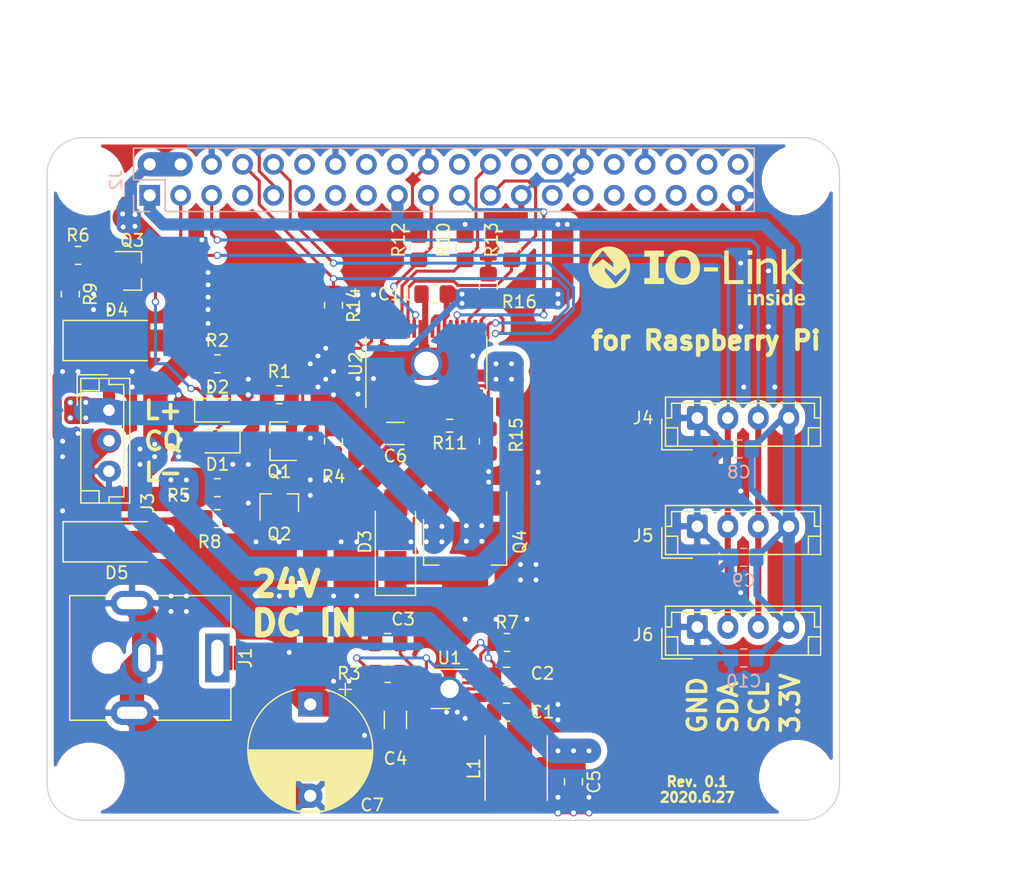
<source format=kicad_pcb>
(kicad_pcb (version 20171130) (host pcbnew "(5.1.10-1-10_14)")
  (layers (0 F.Cu signal hide) (31 B.Cu signal) (34 B.Paste user) (35 F.Paste user) (36 B.SilkS user) (37 F.SilkS user) (38 B.Mask user) (39 F.Mask user) (44 Edge.Cuts user))
  (net 0 "")
  (net 1 "Net-(J2-Pad7)")
  (net 2 "Net-(J2-Pad11)")
  (net 3 "Net-(J2-Pad12)")
  (net 4 "Net-(J2-Pad13)")
  (net 5 "Net-(J2-Pad15)")
  (net 6 "Net-(J2-Pad16)")
  (net 7 "Net-(J2-Pad18)")
  (net 8 "Net-(J2-Pad22)")
  (net 9 "Net-(J2-Pad26)")
  (net 10 "Net-(J2-Pad27)")
  (net 11 "Net-(J2-Pad28)")
  (net 12 "Net-(J2-Pad29)")
  (net 13 "Net-(J2-Pad31)")
  (net 14 "Net-(J2-Pad32)")
  (net 15 "Net-(J2-Pad33)")
  (net 16 "Net-(J2-Pad35)")
  (net 17 "Net-(J2-Pad36)")
  (net 18 "Net-(J2-Pad37)")
  (net 19 "Net-(J2-Pad38)")
  (net 20 "Net-(J2-Pad40)")
  (net 21 "Net-(C1-Pad2)")
  (net 22 "Net-(C1-Pad1)")
  (net 23 GND)
  (net 24 "Net-(C2-Pad1)")
  (net 25 "Net-(C3-Pad1)")
  (net 26 +24V)
  (net 27 +5V)
  (net 28 +3V3)
  (net 29 "Net-(D1-Pad2)")
  (net 30 "Net-(D2-Pad2)")
  (net 31 "Net-(D2-Pad1)")
  (net 32 "Net-(D3-Pad1)")
  (net 33 "Net-(D3-Pad2)")
  (net 34 L+1)
  (net 35 CQ1)
  (net 36 I2C_SDA)
  (net 37 I2C_SCL)
  (net 38 TXD)
  (net 39 RXD)
  (net 40 SPI_MOSI)
  (net 41 SPI_MISO)
  (net 42 SPI_CS)
  (net 43 "Net-(Q1-Pad1)")
  (net 44 "Net-(Q2-Pad1)")
  (net 45 "Net-(Q3-Pad1)")
  (net 46 "Net-(Q4-Pad1)")
  (net 47 "Net-(R3-Pad2)")
  (net 48 "Net-(R7-Pad1)")
  (net 49 "Net-(R15-Pad2)")
  (net 50 "Net-(R16-Pad1)")
  (net 51 "Net-(U2-Pad2)")
  (net 52 "Net-(U2-Pad4)")
  (net 53 "Net-(U2-Pad5)")
  (net 54 "Net-(U2-Pad6)")
  (net 55 "Net-(U2-Pad7)")
  (net 56 "Net-(U2-Pad9)")
  (net 57 "Net-(U2-Pad12)")
  (net 58 "Net-(U2-Pad14)")
  (net 59 "Net-(U2-Pad15)")
  (net 60 "Net-(U2-Pad23)")
  (net 61 "Net-(U2-Pad25)")
  (net 62 "Net-(U2-Pad34)")
  (net 63 "Net-(U2-Pad37)")
  (net 64 SPI_SCK)
  (net 65 "Net-(Q1-Pad3)")
  (module Connector_PinSocket_2.54mm:PinSocket_2x20_P2.54mm_Vertical (layer B.Cu) (at 26.2 38.25 270)
    (fp_text reference J2 (at -1.27 2.77 270) (layer B.SilkS) (effects (justify mirror)))
    (fp_text value Raspberry_Pi_2_3)
    (pad 40 thru_hole oval (at -2.54 -48.26 270) (size 1.7 1.7) (drill 1) (layers *.Cu *.Mask) (net 20 "Net-(J2-Pad40)"))
    (pad 39 thru_hole oval (at 0 -48.26 270) (size 1.7 1.7) (drill 1) (layers *.Cu *.Mask) (net 23 GND))
    (pad 38 thru_hole oval (at -2.54 -45.72 270) (size 1.7 1.7) (drill 1) (layers *.Cu *.Mask) (net 19 "Net-(J2-Pad38)"))
    (pad 37 thru_hole oval (at 0 -45.72 270) (size 1.7 1.7) (drill 1) (layers *.Cu *.Mask) (net 18 "Net-(J2-Pad37)"))
    (pad 36 thru_hole oval (at -2.54 -43.18 270) (size 1.7 1.7) (drill 1) (layers *.Cu *.Mask) (net 17 "Net-(J2-Pad36)"))
    (pad 35 thru_hole oval (at 0 -43.18 270) (size 1.7 1.7) (drill 1) (layers *.Cu *.Mask) (net 16 "Net-(J2-Pad35)"))
    (pad 34 thru_hole oval (at -2.54 -40.64 270) (size 1.7 1.7) (drill 1) (layers *.Cu *.Mask) (net 23 GND))
    (pad 33 thru_hole oval (at 0 -40.64 270) (size 1.7 1.7) (drill 1) (layers *.Cu *.Mask) (net 15 "Net-(J2-Pad33)"))
    (pad 32 thru_hole oval (at -2.54 -38.1 270) (size 1.7 1.7) (drill 1) (layers *.Cu *.Mask) (net 14 "Net-(J2-Pad32)"))
    (pad 31 thru_hole oval (at 0 -38.1 270) (size 1.7 1.7) (drill 1) (layers *.Cu *.Mask) (net 13 "Net-(J2-Pad31)"))
    (pad 30 thru_hole oval (at -2.54 -35.56 270) (size 1.7 1.7) (drill 1) (layers *.Cu *.Mask) (net 23 GND))
    (pad 29 thru_hole oval (at 0 -35.56 270) (size 1.7 1.7) (drill 1) (layers *.Cu *.Mask) (net 12 "Net-(J2-Pad29)"))
    (pad 28 thru_hole oval (at -2.54 -33.02 270) (size 1.7 1.7) (drill 1) (layers *.Cu *.Mask) (net 11 "Net-(J2-Pad28)"))
    (pad 27 thru_hole oval (at 0 -33.02 270) (size 1.7 1.7) (drill 1) (layers *.Cu *.Mask) (net 10 "Net-(J2-Pad27)"))
    (pad 26 thru_hole oval (at -2.54 -30.48 270) (size 1.7 1.7) (drill 1) (layers *.Cu *.Mask) (net 9 "Net-(J2-Pad26)"))
    (pad 25 thru_hole oval (at 0 -30.48 270) (size 1.7 1.7) (drill 1) (layers *.Cu *.Mask) (net 23 GND))
    (pad 24 thru_hole oval (at -2.54 -27.94 270) (size 1.7 1.7) (drill 1) (layers *.Cu *.Mask) (net 42 SPI_CS))
    (pad 23 thru_hole oval (at 0 -27.94 270) (size 1.7 1.7) (drill 1) (layers *.Cu *.Mask) (net 64 SPI_SCK))
    (pad 22 thru_hole oval (at -2.54 -25.4 270) (size 1.7 1.7) (drill 1) (layers *.Cu *.Mask) (net 8 "Net-(J2-Pad22)"))
    (pad 21 thru_hole oval (at 0 -25.4 270) (size 1.7 1.7) (drill 1) (layers *.Cu *.Mask) (net 41 SPI_MISO))
    (pad 20 thru_hole oval (at -2.54 -22.86 270) (size 1.7 1.7) (drill 1) (layers *.Cu *.Mask) (net 23 GND))
    (pad 19 thru_hole oval (at 0 -22.86 270) (size 1.7 1.7) (drill 1) (layers *.Cu *.Mask) (net 40 SPI_MOSI))
    (pad 18 thru_hole oval (at -2.54 -20.32 270) (size 1.7 1.7) (drill 1) (layers *.Cu *.Mask) (net 7 "Net-(J2-Pad18)"))
    (pad 17 thru_hole oval (at 0 -20.32 270) (size 1.7 1.7) (drill 1) (layers *.Cu *.Mask) (net 28 +3V3))
    (pad 16 thru_hole oval (at -2.54 -17.78 270) (size 1.7 1.7) (drill 1) (layers *.Cu *.Mask) (net 6 "Net-(J2-Pad16)"))
    (pad 15 thru_hole oval (at 0 -17.78 270) (size 1.7 1.7) (drill 1) (layers *.Cu *.Mask) (net 5 "Net-(J2-Pad15)"))
    (pad 14 thru_hole oval (at -2.54 -15.24 270) (size 1.7 1.7) (drill 1) (layers *.Cu *.Mask) (net 23 GND))
    (pad 13 thru_hole oval (at 0 -15.24 270) (size 1.7 1.7) (drill 1) (layers *.Cu *.Mask) (net 4 "Net-(J2-Pad13)"))
    (pad 12 thru_hole oval (at -2.54 -12.7 270) (size 1.7 1.7) (drill 1) (layers *.Cu *.Mask) (net 3 "Net-(J2-Pad12)"))
    (pad 11 thru_hole oval (at 0 -12.7 270) (size 1.7 1.7) (drill 1) (layers *.Cu *.Mask) (net 2 "Net-(J2-Pad11)"))
    (pad 10 thru_hole oval (at -2.54 -10.16 270) (size 1.7 1.7) (drill 1) (layers *.Cu *.Mask) (net 39 RXD))
    (pad 9 thru_hole oval (at 0 -10.16 270) (size 1.7 1.7) (drill 1) (layers *.Cu *.Mask) (net 23 GND))
    (pad 8 thru_hole oval (at -2.54 -7.62 270) (size 1.7 1.7) (drill 1) (layers *.Cu *.Mask) (net 38 TXD))
    (pad 7 thru_hole oval (at 0 -7.62 270) (size 1.7 1.7) (drill 1) (layers *.Cu *.Mask) (net 1 "Net-(J2-Pad7)"))
    (pad 6 thru_hole oval (at -2.54 -5.08 270) (size 1.7 1.7) (drill 1) (layers *.Cu *.Mask) (net 23 GND))
    (pad 5 thru_hole oval (at 0 -5.08 270) (size 1.7 1.7) (drill 1) (layers *.Cu *.Mask) (net 37 I2C_SCL))
    (pad 4 thru_hole oval (at -2.54 -2.54 270) (size 1.7 1.7) (drill 1) (layers *.Cu *.Mask) (net 27 +5V))
    (pad 3 thru_hole oval (at 0 -2.54 270) (size 1.7 1.7) (drill 1) (layers *.Cu *.Mask) (net 36 I2C_SDA))
    (pad 2 thru_hole oval (at -2.54 0 270) (size 1.7 1.7) (drill 1) (layers *.Cu *.Mask) (net 27 +5V))
    (pad 1 thru_hole rect (at 0 0 270) (size 1.7 1.7) (drill 1) (layers *.Cu *.Mask) (net 28 +3V3))
  )
  (module LED_SMD:LED_0805_2012Metric_Pad1.15x1.40mm_HandSolder (layer F.Cu) (at 31.75 58.42 180)
    (fp_text reference D1 (at 0 -1.905) (layer F.SilkS))
    (fp_text value "GREEN LED")
    (pad 1 smd roundrect (at -1.025 0 180) (size 1.15 1.4) (layers F.Cu F.Paste F.Mask) (roundrect_rratio 0.2173904347826087) (net 23 GND))
    (pad 2 smd roundrect (at 1.025 0 180) (size 1.15 1.4) (layers F.Cu F.Paste F.Mask) (roundrect_rratio 0.2173904347826087) (net 29 "Net-(D1-Pad2)"))
  )
  (module Local:DFN-10-1EP_3x3mm_P0.5mm_EP1.65x2.38mm_with_Hole (layer F.Cu) (at 50.8 78.74 180)
    (fp_text reference U1 (at 0 2.54 180) (layer F.SilkS))
    (fp_text value LTC8609A)
    (pad 11 thru_hole circle (at 0 0 180) (size 1.6 1.6) (drill 1.5) (layers *.Cu *.Mask) (net 23 GND))
    (pad 10 smd roundrect (at 1.45 -1 180) (size 0.85 0.25) (layers F.Cu F.Paste F.Mask) (net 26 +24V))
    (pad 9 smd roundrect (at 1.45 -0.5 180) (size 0.85 0.25) (layers F.Cu F.Paste F.Mask) (net 26 +24V))
    (pad 8 smd roundrect (at 1.45 0 180) (size 0.85 0.25) (layers F.Cu F.Paste F.Mask) (net 47 "Net-(R3-Pad2)"))
    (pad 7 smd roundrect (at 1.45 0.5 180) (size 0.85 0.25) (layers F.Cu F.Paste F.Mask) (net 25 "Net-(C3-Pad1)"))
    (pad 6 smd roundrect (at 1.45 1 180) (size 0.85 0.25) (layers F.Cu F.Paste F.Mask) (net 27 +5V))
    (pad 5 smd roundrect (at -1.45 1 180) (size 0.85 0.25) (layers F.Cu F.Paste F.Mask) (net 24 "Net-(C2-Pad1)"))
    (pad 4 smd roundrect (at -1.45 0.5 180) (size 0.85 0.25) (layers F.Cu F.Paste F.Mask) (net 48 "Net-(R7-Pad1)"))
    (pad 3 smd roundrect (at -1.45 0 180) (size 0.85 0.25) (layers F.Cu F.Paste F.Mask) (net 24 "Net-(C2-Pad1)"))
    (pad 2 smd roundrect (at -1.45 -0.5 180) (size 0.85 0.25) (layers F.Cu F.Paste F.Mask) (net 21 "Net-(C1-Pad2)"))
    (pad 1 smd roundrect (at -1.45 -1 180) (size 0.85 0.25) (layers F.Cu F.Paste F.Mask) (net 22 "Net-(C1-Pad1)"))
  )
  (module Local:RPi_Hat_Mounting_Hole_Small (layer F.Cu) (at 21.28 37.02)
    (fp_text reference "" hide)
    (fp_text value "" hide)
    (pad "" np_thru_hole circle (at 0 0) (size 2.75 2.75) (drill 2.75) (layers *.Cu *.Mask) (clearance 1.5))
  )
  (module Local:RPi_Hat_Mounting_Hole_Small (layer F.Cu) (at 21.28 86.02)
    (fp_text reference "" hide)
    (fp_text value "" hide)
    (pad "" np_thru_hole circle (at 0 0) (size 2.75 2.75) (drill 2.75) (layers *.Cu *.Mask) (clearance 1.5))
  )
  (module Local:RPi_Hat_Mounting_Hole_Small (layer F.Cu) (at 79.28 37.02)
    (fp_text reference "" hide)
    (fp_text value "" hide)
    (pad "" np_thru_hole circle (at 0 0) (size 2.75 2.75) (drill 2.75) (layers *.Cu *.Mask) (clearance 1.5))
  )
  (module Local:io-link-logo-small (layer F.Cu) (at 71.12 45.085)
    (fp_text reference G*** hide)
    (fp_text value LOGO hide)
  )
  (module RPi_Hat:RPi_Hat_Mounting_Hole (layer F.Cu) (at 79.28 86.02)
    (fp_text reference "" hide)
    (fp_text value "" hide)
    (pad "" np_thru_hole circle (at 0 0) (size 2.75 2.75) (drill 2.75) (layers *.Cu *.Mask) (clearance 1.725))
  )
  (module Capacitor_SMD:C_0805_2012Metric_Pad1.18x1.45mm_HandSolder (layer F.Cu) (at 55.4775 80.645)
    (fp_text reference C1 (at 2.9425 0) (layer F.SilkS))
    (fp_text value 0.1u)
    (pad 2 smd roundrect (at 1.0375 0) (size 1.175 1.45) (layers F.Cu F.Paste F.Mask) (roundrect_rratio 0.2127659574468085) (net 21 "Net-(C1-Pad2)"))
    (pad 1 smd roundrect (at -1.0375 0) (size 1.175 1.45) (layers F.Cu F.Paste F.Mask) (roundrect_rratio 0.2127659574468085) (net 22 "Net-(C1-Pad1)"))
  )
  (module Capacitor_SMD:C_0805_2012Metric_Pad1.18x1.45mm_HandSolder (layer F.Cu) (at 55.4775 77.7025)
    (fp_text reference C2 (at 2.9425 -0.2325) (layer F.SilkS))
    (fp_text value 1u)
    (pad 2 smd roundrect (at 1.0375 0) (size 1.175 1.45) (layers F.Cu F.Paste F.Mask) (roundrect_rratio 0.2127659574468085) (net 23 GND))
    (pad 1 smd roundrect (at -1.0375 0) (size 1.175 1.45) (layers F.Cu F.Paste F.Mask) (roundrect_rratio 0.2127659574468085) (net 24 "Net-(C2-Pad1)"))
  )
  (module Capacitor_SMD:C_0805_2012Metric_Pad1.18x1.45mm_HandSolder (layer F.Cu) (at 45.72 74.93 180)
    (fp_text reference C3 (at -1.27 1.905) (layer F.SilkS))
    (fp_text value 10n)
    (pad 1 smd roundrect (at -1.0375 0 180) (size 1.175 1.45) (layers F.Cu F.Paste F.Mask) (roundrect_rratio 0.2127659574468085) (net 25 "Net-(C3-Pad1)"))
    (pad 2 smd roundrect (at 1.0375 0 180) (size 1.175 1.45) (layers F.Cu F.Paste F.Mask) (roundrect_rratio 0.2127659574468085) (net 23 GND))
  )
  (module Capacitor_SMD:C_0805_2012Metric_Pad1.18x1.45mm_HandSolder (layer F.Cu) (at 60.96 86.36 270)
    (fp_text reference C5 (at 0 -1.68 90) (layer F.SilkS))
    (fp_text value 47u)
    (pad 1 smd roundrect (at -1.0375 0 270) (size 1.175 1.45) (layers F.Cu F.Paste F.Mask) (roundrect_rratio 0.2127659574468085) (net 27 +5V))
    (pad 2 smd roundrect (at 1.0375 0 270) (size 1.175 1.45) (layers F.Cu F.Paste F.Mask) (roundrect_rratio 0.2127659574468085) (net 23 GND))
  )
  (module Capacitor_SMD:C_1206_3216Metric_Pad1.33x1.80mm_HandSolder (layer F.Cu) (at 46.355 57.785 180)
    (fp_text reference C6 (at 0 -1.85) (layer F.SilkS))
    (fp_text value 1u)
    (pad 1 smd roundrect (at -1.5625 0 180) (size 1.325 1.8) (layers F.Cu F.Paste F.Mask) (roundrect_rratio 0.1886777358490566) (net 26 +24V))
    (pad 2 smd roundrect (at 1.5625 0 180) (size 1.325 1.8) (layers F.Cu F.Paste F.Mask) (roundrect_rratio 0.1886777358490566) (net 23 GND))
  )
  (module Capacitor_THT:CP_Radial_D10.0mm_P7.50mm (layer F.Cu) (at 39.37 80.01 270)
    (fp_text reference C7 (at 8.255 -5.08 180) (layer F.SilkS))
    (fp_text value 100u)
    (pad 1 thru_hole rect (at 0 0 270) (size 2 2) (drill 1) (layers *.Cu *.Mask) (net 26 +24V))
    (pad 2 thru_hole circle (at 7.5 0 270) (size 2 2) (drill 1) (layers *.Cu *.Mask) (net 23 GND))
  )
  (module Capacitor_SMD:C_0805_2012Metric_Pad1.18x1.45mm_HandSolder (layer B.Cu) (at 74.5275 59.055 180)
    (fp_text reference C8 (at 0 -1.905) (layer B.SilkS) (effects (justify mirror)))
    (fp_text value 10u)
    (pad 2 smd roundrect (at 1.0375 0 180) (size 1.175 1.45) (layers B.Cu B.Paste B.Mask) (roundrect_rratio 0.2127659574468085) (net 23 GND))
    (pad 1 smd roundrect (at -1.0375 0 180) (size 1.175 1.45) (layers B.Cu B.Paste B.Mask) (roundrect_rratio 0.2127659574468085) (net 28 +3V3))
  )
  (module Capacitor_SMD:C_0805_2012Metric_Pad1.18x1.45mm_HandSolder (layer B.Cu) (at 74.93 67.945 180)
    (fp_text reference C9 (at 0 -1.905) (layer B.SilkS) (effects (justify mirror)))
    (fp_text value 10u)
    (pad 1 smd roundrect (at -1.0375 0 180) (size 1.175 1.45) (layers B.Cu B.Paste B.Mask) (roundrect_rratio 0.2127659574468085) (net 28 +3V3))
    (pad 2 smd roundrect (at 1.0375 0 180) (size 1.175 1.45) (layers B.Cu B.Paste B.Mask) (roundrect_rratio 0.2127659574468085) (net 23 GND))
  )
  (module Capacitor_SMD:C_0805_2012Metric_Pad1.18x1.45mm_HandSolder (layer B.Cu) (at 74.93 76.2 180)
    (fp_text reference C10 (at 0 -1.905) (layer B.SilkS) (effects (justify mirror)))
    (fp_text value 10u)
    (pad 2 smd roundrect (at 1.0375 0 180) (size 1.175 1.45) (layers B.Cu B.Paste B.Mask) (roundrect_rratio 0.2127659574468085) (net 23 GND))
    (pad 1 smd roundrect (at -1.0375 0 180) (size 1.175 1.45) (layers B.Cu B.Paste B.Mask) (roundrect_rratio 0.2127659574468085) (net 28 +3V3))
  )
  (module LED_SMD:LED_0805_2012Metric_Pad1.15x1.40mm_HandSolder (layer F.Cu) (at 31.75 55.88)
    (fp_text reference D2 (at 0 -1.905) (layer F.SilkS))
    (fp_text value "RED LED")
    (pad 2 smd roundrect (at 1.025 0) (size 1.15 1.4) (layers F.Cu F.Paste F.Mask) (roundrect_rratio 0.2173904347826087) (net 30 "Net-(D2-Pad2)"))
    (pad 1 smd roundrect (at -1.025 0) (size 1.15 1.4) (layers F.Cu F.Paste F.Mask) (roundrect_rratio 0.2173904347826087) (net 31 "Net-(D2-Pad1)"))
  )
  (module Diode_SMD:D_SMA_Handsoldering (layer F.Cu) (at 46.355 66.675 90)
    (fp_text reference D3 (at 0 -2.5 90) (layer F.SilkS))
    (fp_text value S100)
    (pad 1 smd rect (at -2.5 0 90) (size 3.5 1.8) (layers F.Cu F.Paste F.Mask) (net 32 "Net-(D3-Pad1)"))
    (pad 2 smd rect (at 2.5 0 90) (size 3.5 1.8) (layers F.Cu F.Paste F.Mask) (net 33 "Net-(D3-Pad2)"))
  )
  (module Diode_SMD:D_SMA_Handsoldering (layer F.Cu) (at 23.495 50.165)
    (fp_text reference D4 (at 0 -2.5) (layer F.SilkS))
    (fp_text value PTZTFTE2536B)
    (pad 1 smd rect (at -2.5 0) (size 3.5 1.8) (layers F.Cu F.Paste F.Mask) (net 34 L+1))
    (pad 2 smd rect (at 2.5 0) (size 3.5 1.8) (layers F.Cu F.Paste F.Mask) (net 23 GND))
  )
  (module Diode_SMD:D_SMA_Handsoldering (layer F.Cu) (at 23.495 66.675)
    (fp_text reference D5 (at 0 2.54) (layer F.SilkS))
    (fp_text value PTZTFTE2536B)
    (pad 2 smd rect (at 2.5 0) (size 3.5 1.8) (layers F.Cu F.Paste F.Mask) (net 23 GND))
    (pad 1 smd rect (at -2.5 0) (size 3.5 1.8) (layers F.Cu F.Paste F.Mask) (net 35 CQ1))
  )
  (module Connector_BarrelJack:BarrelJack_CUI_PJ-063AH_Horizontal (layer F.Cu) (at 31.75 76.2 270)
    (fp_text reference J1 (at 0 -2.3 90) (layer F.SilkS))
    (fp_text value Jack-DC)
    (pad 1 thru_hole rect (at 0 0 270) (size 4 2) (drill oval 3 1) (layers *.Cu *.Mask) (net 26 +24V))
    (pad 2 thru_hole oval (at 0 6 270) (size 3.3 2) (drill oval 2.3 1) (layers *.Cu *.Mask) (net 23 GND))
    (pad MP thru_hole oval (at -4.5 7 270) (size 2 3.5) (drill oval 1 2.5) (layers *.Cu *.Mask) (net 23 GND))
    (pad MP thru_hole oval (at 4.5 7 270) (size 2 3.5) (drill oval 1 2.5) (layers *.Cu *.Mask) (net 23 GND))
    (pad "" np_thru_hole circle (at 0 9 270) (size 1.6 1.6) (drill 1.6) (layers *.Cu *.Mask))
  )
  (module Connector_JST:JST_EH_B3B-EH-A_1x03_P2.50mm_Vertical (layer F.Cu) (at 22.86 55.88 270)
    (fp_text reference J3 (at 7.62 -3.175 90) (layer F.SilkS))
    (fp_text value Conn_01x03_Male)
    (pad 1 thru_hole roundrect (at 0 0 270) (size 1.7 1.95) (drill 0.95) (layers *.Cu *.Mask) (roundrect_rratio 0.1470588235294118) (net 34 L+1))
    (pad 2 thru_hole oval (at 2.5 0 270) (size 1.7 1.95) (drill 0.95) (layers *.Cu *.Mask) (net 35 CQ1))
    (pad 3 thru_hole oval (at 5 0 270) (size 1.7 1.95) (drill 0.95) (layers *.Cu *.Mask) (net 23 GND))
  )
  (module Connector_JST:JST_EH_B4B-EH-A_1x04_P2.50mm_Vertical (layer F.Cu) (at 71.12 56.515)
    (fp_text reference J4 (at -4.445 0) (layer F.SilkS))
    (fp_text value Conn_01x03_Male)
    (pad 1 thru_hole roundrect (at 0 0) (size 1.7 1.95) (drill 0.95) (layers *.Cu *.Mask) (roundrect_rratio 0.1470588235294118) (net 23 GND))
    (pad 2 thru_hole oval (at 2.5 0) (size 1.7 1.95) (drill 0.95) (layers *.Cu *.Mask) (net 36 I2C_SDA))
    (pad 3 thru_hole oval (at 5 0) (size 1.7 1.95) (drill 0.95) (layers *.Cu *.Mask) (net 37 I2C_SCL))
    (pad 4 thru_hole oval (at 7.5 0) (size 1.7 1.95) (drill 0.95) (layers *.Cu *.Mask) (net 28 +3V3))
  )
  (module Connector_JST:JST_EH_B4B-EH-A_1x04_P2.50mm_Vertical (layer F.Cu) (at 71.12 65.405)
    (fp_text reference J5 (at -4.445 0.762) (layer F.SilkS))
    (fp_text value Conn_01x03_Male)
    (pad 4 thru_hole oval (at 7.5 0) (size 1.7 1.95) (drill 0.95) (layers *.Cu *.Mask) (net 28 +3V3))
    (pad 3 thru_hole oval (at 5 0) (size 1.7 1.95) (drill 0.95) (layers *.Cu *.Mask) (net 37 I2C_SCL))
    (pad 2 thru_hole oval (at 2.5 0) (size 1.7 1.95) (drill 0.95) (layers *.Cu *.Mask) (net 36 I2C_SDA))
    (pad 1 thru_hole roundrect (at 0 0) (size 1.7 1.95) (drill 0.95) (layers *.Cu *.Mask) (roundrect_rratio 0.1470588235294118) (net 23 GND))
  )
  (module Connector_JST:JST_EH_B4B-EH-A_1x04_P2.50mm_Vertical (layer F.Cu) (at 71.12 73.66)
    (fp_text reference J6 (at -4.445 0.635) (layer F.SilkS))
    (fp_text value Conn_01x03_Male)
    (pad 1 thru_hole roundrect (at 0 0) (size 1.7 1.95) (drill 0.95) (layers *.Cu *.Mask) (roundrect_rratio 0.1470588235294118) (net 23 GND))
    (pad 2 thru_hole oval (at 2.5 0) (size 1.7 1.95) (drill 0.95) (layers *.Cu *.Mask) (net 36 I2C_SDA))
    (pad 3 thru_hole oval (at 5 0) (size 1.7 1.95) (drill 0.95) (layers *.Cu *.Mask) (net 37 I2C_SCL))
    (pad 4 thru_hole oval (at 7.5 0) (size 1.7 1.95) (drill 0.95) (layers *.Cu *.Mask) (net 28 +3V3))
  )
  (module Local:L_TDK_SPM5030VT (layer F.Cu) (at 56.261 85.233 90)
    (fp_text reference L1 (at -0.0508 -3.47218 90) (layer F.SilkS))
    (fp_text value 2.2u)
    (pad 1 smd rect (at -2.175 0 90) (size 2.15 2.6) (layers F.Cu F.Paste F.Mask) (net 27 +5V))
    (pad 2 smd rect (at 2.175 0 90) (size 2.15 2.6) (layers F.Cu F.Paste F.Mask) (net 21 "Net-(C1-Pad2)"))
  )
  (module Package_TO_SOT_SMD:SOT-23 (layer F.Cu) (at 36.83 58.42 180)
    (fp_text reference Q1 (at 0 -2.5) (layer F.SilkS))
    (fp_text value Q_PMOS_GSD)
    (pad 3 smd rect (at 1 0 180) (size 0.9 0.8) (layers F.Cu F.Paste F.Mask) (net 65 "Net-(Q1-Pad3)"))
    (pad 2 smd rect (at -1 0.95 180) (size 0.9 0.8) (layers F.Cu F.Paste F.Mask) (net 28 +3V3))
    (pad 1 smd rect (at -1 -0.95 180) (size 0.9 0.8) (layers F.Cu F.Paste F.Mask) (net 43 "Net-(Q1-Pad1)"))
  )
  (module Package_TO_SOT_SMD:SOT-23 (layer F.Cu) (at 36.83 63.5 90)
    (fp_text reference Q2 (at -2.54 0 180) (layer F.SilkS))
    (fp_text value Q_NMOS_GSD)
    (pad 1 smd rect (at -1 -0.95 90) (size 0.9 0.8) (layers F.Cu F.Paste F.Mask) (net 44 "Net-(Q2-Pad1)"))
    (pad 2 smd rect (at -1 0.95 90) (size 0.9 0.8) (layers F.Cu F.Paste F.Mask) (net 23 GND))
    (pad 3 smd rect (at 1 0 90) (size 0.9 0.8) (layers F.Cu F.Paste F.Mask) (net 43 "Net-(Q1-Pad1)"))
  )
  (module Package_TO_SOT_SMD:SOT-23 (layer F.Cu) (at 24.765 44.45)
    (fp_text reference Q3 (at 0 -2.5) (layer F.SilkS))
    (fp_text value Q_NMOS_GSD)
    (pad 1 smd rect (at -1 -0.95) (size 0.9 0.8) (layers F.Cu F.Paste F.Mask) (net 45 "Net-(Q3-Pad1)"))
    (pad 2 smd rect (at -1 0.95) (size 0.9 0.8) (layers F.Cu F.Paste F.Mask) (net 23 GND))
    (pad 3 smd rect (at 1 0) (size 0.9 0.8) (layers F.Cu F.Paste F.Mask) (net 31 "Net-(D2-Pad1)"))
  )
  (module Package_TO_SOT_SMD:SOT-223-3_TabPin2 (layer F.Cu) (at 52.07 66.675 270)
    (fp_text reference Q4 (at 0 -4.5 90) (layer F.SilkS))
    (fp_text value FQT7N10LTF)
    (pad 2 smd rect (at 3.15 0 270) (size 2 3.8) (layers F.Cu F.Paste F.Mask) (net 32 "Net-(D3-Pad1)"))
    (pad "" smd rect (at -3.15 0 270) (size 2 1.5) (layers F.Cu F.Paste F.Mask))
    (pad 3 smd rect (at -3.15 2.3 270) (size 2 1.5) (layers F.Cu F.Paste F.Mask) (net 34 L+1))
    (pad 1 smd rect (at -3.15 -2.3 270) (size 2 1.5) (layers F.Cu F.Paste F.Mask) (net 46 "Net-(Q4-Pad1)"))
  )
  (module Resistor_SMD:R_0805_2012Metric_Pad1.20x1.40mm_HandSolder (layer F.Cu) (at 36.83 54.61 180)
    (fp_text reference R1 (at 0 1.905) (layer F.SilkS))
    (fp_text value 56)
    (pad 2 smd roundrect (at 1 0 180) (size 1.2 1.4) (layers F.Cu F.Paste F.Mask) (roundrect_rratio 0.2083325) (net 29 "Net-(D1-Pad2)"))
    (pad 1 smd roundrect (at -1 0 180) (size 1.2 1.4) (layers F.Cu F.Paste F.Mask) (roundrect_rratio 0.2083325) (net 65 "Net-(Q1-Pad3)"))
  )
  (module Resistor_SMD:R_0805_2012Metric_Pad1.20x1.40mm_HandSolder (layer F.Cu) (at 31.75 52.07)
    (fp_text reference R2 (at 0 -1.905) (layer F.SilkS))
    (fp_text value 56)
    (pad 2 smd roundrect (at 1 0) (size 1.2 1.4) (layers F.Cu F.Paste F.Mask) (roundrect_rratio 0.2083325) (net 30 "Net-(D2-Pad2)"))
    (pad 1 smd roundrect (at -1 0) (size 1.2 1.4) (layers F.Cu F.Paste F.Mask) (roundrect_rratio 0.2083325) (net 28 +3V3))
  )
  (module Resistor_SMD:R_0805_2012Metric_Pad1.20x1.40mm_HandSolder (layer F.Cu) (at 45.72 77.47)
    (fp_text reference R3 (at -3.175 0) (layer F.SilkS))
    (fp_text value 100k)
    (pad 2 smd roundrect (at 1 0) (size 1.2 1.4) (layers F.Cu F.Paste F.Mask) (roundrect_rratio 0.2083325) (net 47 "Net-(R3-Pad2)"))
    (pad 1 smd roundrect (at -1 0) (size 1.2 1.4) (layers F.Cu F.Paste F.Mask) (roundrect_rratio 0.2083325) (net 27 +5V))
  )
  (module Resistor_SMD:R_0805_2012Metric_Pad1.20x1.40mm_HandSolder (layer F.Cu) (at 41.275 58.42 270)
    (fp_text reference R4 (at 2.905 0 180) (layer F.SilkS))
    (fp_text value 10k)
    (pad 1 smd roundrect (at -1 0 270) (size 1.2 1.4) (layers F.Cu F.Paste F.Mask) (roundrect_rratio 0.2083325) (net 28 +3V3))
    (pad 2 smd roundrect (at 1 0 270) (size 1.2 1.4) (layers F.Cu F.Paste F.Mask) (roundrect_rratio 0.2083325) (net 43 "Net-(Q1-Pad1)"))
  )
  (module Resistor_SMD:R_0805_2012Metric_Pad1.20x1.40mm_HandSolder (layer F.Cu) (at 31.75 62.23)
    (fp_text reference R5 (at -3.175 0.635) (layer F.SilkS))
    (fp_text value 10k)
    (pad 1 smd roundrect (at -1 0) (size 1.2 1.4) (layers F.Cu F.Paste F.Mask) (roundrect_rratio 0.2083325) (net 35 CQ1))
    (pad 2 smd roundrect (at 1 0) (size 1.2 1.4) (layers F.Cu F.Paste F.Mask) (roundrect_rratio 0.2083325) (net 44 "Net-(Q2-Pad1)"))
  )
  (module Resistor_SMD:R_0805_2012Metric_Pad1.20x1.40mm_HandSolder (layer F.Cu) (at 20.32 43.18)
    (fp_text reference R6 (at 0 -1.65) (layer F.SilkS))
    (fp_text value 10k)
    (pad 1 smd roundrect (at -1 0) (size 1.2 1.4) (layers F.Cu F.Paste F.Mask) (roundrect_rratio 0.2083325) (net 34 L+1))
    (pad 2 smd roundrect (at 1 0) (size 1.2 1.4) (layers F.Cu F.Paste F.Mask) (roundrect_rratio 0.2083325) (net 45 "Net-(Q3-Pad1)"))
  )
  (module Resistor_SMD:R_0805_2012Metric_Pad1.20x1.40mm_HandSolder (layer F.Cu) (at 55.515 74.93)
    (fp_text reference R7 (at 0 -1.65) (layer F.SilkS))
    (fp_text value 18.2k)
    (pad 1 smd roundrect (at -1 0) (size 1.2 1.4) (layers F.Cu F.Paste F.Mask) (roundrect_rratio 0.2083325) (net 48 "Net-(R7-Pad1)"))
    (pad 2 smd roundrect (at 1 0) (size 1.2 1.4) (layers F.Cu F.Paste F.Mask) (roundrect_rratio 0.2083325) (net 23 GND))
  )
  (module Resistor_SMD:R_0805_2012Metric_Pad1.20x1.40mm_HandSolder (layer F.Cu) (at 31.75 64.77 180)
    (fp_text reference R8 (at 0.635 -1.905) (layer F.SilkS))
    (fp_text value 10k)
    (pad 2 smd roundrect (at 1 0 180) (size 1.2 1.4) (layers F.Cu F.Paste F.Mask) (roundrect_rratio 0.2083325) (net 23 GND))
    (pad 1 smd roundrect (at -1 0 180) (size 1.2 1.4) (layers F.Cu F.Paste F.Mask) (roundrect_rratio 0.2083325) (net 44 "Net-(Q2-Pad1)"))
  )
  (module Resistor_SMD:R_0805_2012Metric_Pad1.20x1.40mm_HandSolder (layer F.Cu) (at 19.685 46.355 270)
    (fp_text reference R9 (at 0 -1.65 90) (layer F.SilkS))
    (fp_text value 10k)
    (pad 2 smd roundrect (at 1 0 270) (size 1.2 1.4) (layers F.Cu F.Paste F.Mask) (roundrect_rratio 0.2083325) (net 23 GND))
    (pad 1 smd roundrect (at -1 0 270) (size 1.2 1.4) (layers F.Cu F.Paste F.Mask) (roundrect_rratio 0.2083325) (net 45 "Net-(Q3-Pad1)"))
  )
  (module Resistor_SMD:R_0805_2012Metric_Pad1.20x1.40mm_HandSolder (layer F.Cu) (at 52.07 42.545 270)
    (fp_text reference R10 (at -0.635 1.778 90) (layer F.SilkS))
    (fp_text value 10k)
    (pad 2 smd roundrect (at 1 0 270) (size 1.2 1.4) (layers F.Cu F.Paste F.Mask) (roundrect_rratio 0.2083325) (net 42 SPI_CS))
    (pad 1 smd roundrect (at -1 0 270) (size 1.2 1.4) (layers F.Cu F.Paste F.Mask) (roundrect_rratio 0.2083325) (net 28 +3V3))
  )
  (module Resistor_SMD:R_0603_1608Metric_Pad0.98x0.95mm_HandSolder (layer F.Cu) (at 50.8 57.15 180)
    (fp_text reference R11 (at 0 -1.43) (layer F.SilkS))
    (fp_text value 0.2)
    (pad 1 smd roundrect (at -0.9125 0 180) (size 0.975 0.95) (layers F.Cu F.Paste F.Mask) (net 33 "Net-(D3-Pad2)"))
    (pad 2 smd roundrect (at 0.9125 0 180) (size 0.975 0.95) (layers F.Cu F.Paste F.Mask) (net 26 +24V))
  )
  (module Resistor_SMD:R_0805_2012Metric_Pad1.20x1.40mm_HandSolder (layer F.Cu) (at 48.26 42.545 90)
    (fp_text reference R12 (at 0.635 -1.65 90) (layer F.SilkS))
    (fp_text value 10k)
    (pad 2 smd roundrect (at 1 0 90) (size 1.2 1.4) (layers F.Cu F.Paste F.Mask) (roundrect_rratio 0.2083325) (net 23 GND))
    (pad 1 smd roundrect (at -1 0 90) (size 1.2 1.4) (layers F.Cu F.Paste F.Mask) (roundrect_rratio 0.2083325) (net 40 SPI_MOSI))
  )
  (module Resistor_SMD:R_0805_2012Metric_Pad1.20x1.40mm_HandSolder (layer F.Cu) (at 55.88 42.545 90)
    (fp_text reference R13 (at 0.635 -1.65 90) (layer F.SilkS))
    (fp_text value 10k)
    (pad 1 smd roundrect (at -1 0 90) (size 1.2 1.4) (layers F.Cu F.Paste F.Mask) (roundrect_rratio 0.2083325) (net 64 SPI_SCK))
    (pad 2 smd roundrect (at 1 0 90) (size 1.2 1.4) (layers F.Cu F.Paste F.Mask) (roundrect_rratio 0.2083325) (net 23 GND))
  )
  (module Resistor_SMD:R_0805_2012Metric_Pad1.20x1.40mm_HandSolder (layer F.Cu) (at 41.275 47.26 90)
    (fp_text reference R14 (at 0 1.651 90) (layer F.SilkS))
    (fp_text value 10k)
    (pad 1 smd roundrect (at -1 0 90) (size 1.2 1.4) (layers F.Cu F.Paste F.Mask) (roundrect_rratio 0.2083325) (net 28 +3V3))
    (pad 2 smd roundrect (at 1 0 90) (size 1.2 1.4) (layers F.Cu F.Paste F.Mask) (roundrect_rratio 0.2083325) (net 38 TXD))
  )
  (module Resistor_SMD:R_0805_2012Metric_Pad1.20x1.40mm_HandSolder (layer F.Cu) (at 53.975 58.42 90)
    (fp_text reference R15 (at 0.508 2.286 90) (layer F.SilkS))
    (fp_text value 100)
    (pad 1 smd roundrect (at -1 0 90) (size 1.2 1.4) (layers F.Cu F.Paste F.Mask) (roundrect_rratio 0.2083325) (net 46 "Net-(Q4-Pad1)"))
    (pad 2 smd roundrect (at 1 0 90) (size 1.2 1.4) (layers F.Cu F.Paste F.Mask) (roundrect_rratio 0.2083325) (net 49 "Net-(R15-Pad2)"))
  )
  (module Resistor_SMD:R_0805_2012Metric_Pad1.20x1.40mm_HandSolder (layer F.Cu) (at 53.975 45.72 90)
    (fp_text reference R16 (at -1.27 2.54 180) (layer F.SilkS))
    (fp_text value 10k)
    (pad 1 smd roundrect (at -1 0 90) (size 1.2 1.4) (layers F.Cu F.Paste F.Mask) (roundrect_rratio 0.2083325) (net 50 "Net-(R16-Pad1)"))
    (pad 2 smd roundrect (at 1 0 90) (size 1.2 1.4) (layers F.Cu F.Paste F.Mask) (roundrect_rratio 0.2083325) (net 23 GND))
  )
  (module Capacitor_SMD:C_1206_3216Metric_Pad1.33x1.80mm_HandSolder (layer F.Cu) (at 46.355 81.28 270)
    (fp_text reference C4 (at 3.175 0 180) (layer F.SilkS))
    (fp_text value 4.7u)
    (pad 1 smd roundrect (at -1.5625 0 270) (size 1.325 1.8) (layers F.Cu F.Paste F.Mask) (roundrect_rratio 0.1886777358490566) (net 26 +24V))
    (pad 2 smd roundrect (at 1.5625 0 270) (size 1.325 1.8) (layers F.Cu F.Paste F.Mask) (roundrect_rratio 0.1886777358490566) (net 23 GND))
  )
  (module Local:TSSOP-38_4.4x9.7mm_P0.5mm_with_Hole (layer F.Cu) (at 48.895 52.07 90)
    (fp_text reference U2 (at 0 -5.8 90) (layer F.SilkS))
    (fp_text value LTC2874)
    (fp_poly (pts (xy 1.27 2.54) (xy -1.27 2.54) (xy -1.27 -2.54) (xy 1.27 -2.54)) (layer F.Cu) (width 0.1))
    (pad 1 smd roundrect (at -2.8625 -4.5 90) (size 1.475 0.3) (layers F.Cu F.Paste F.Mask) (net 23 GND))
    (pad 2 smd roundrect (at -2.8625 -4 90) (size 1.475 0.3) (layers F.Cu F.Paste F.Mask) (net 51 "Net-(U2-Pad2)"))
    (pad 3 smd roundrect (at -2.8625 -3.5 90) (size 1.475 0.3) (layers F.Cu F.Paste F.Mask) (net 26 +24V))
    (pad 4 smd roundrect (at -2.8625 -3 90) (size 1.475 0.3) (layers F.Cu F.Paste F.Mask) (net 52 "Net-(U2-Pad4)"))
    (pad 5 smd roundrect (at -2.8625 -2.5 90) (size 1.475 0.3) (layers F.Cu F.Paste F.Mask) (net 53 "Net-(U2-Pad5)"))
    (pad 6 smd roundrect (at -2.8625 -2 90) (size 1.475 0.3) (layers F.Cu F.Paste F.Mask) (net 54 "Net-(U2-Pad6)"))
    (pad 7 smd roundrect (at -2.8625 -1.5 90) (size 1.475 0.3) (layers F.Cu F.Paste F.Mask) (net 55 "Net-(U2-Pad7)"))
    (pad 8 smd roundrect (at -2.8625 -1 90) (size 1.475 0.3) (layers F.Cu F.Paste F.Mask) (net 26 +24V))
    (pad 9 smd roundrect (at -2.8625 -0.5 90) (size 1.475 0.3) (layers F.Cu F.Paste F.Mask) (net 56 "Net-(U2-Pad9)"))
    (pad 10 smd roundrect (at -2.8625 0 90) (size 1.475 0.3) (layers F.Cu F.Paste F.Mask) (net 26 +24V))
    (pad 11 smd roundrect (at -2.8625 0.5 90) (size 1.475 0.3) (layers F.Cu F.Paste F.Mask) (net 26 +24V))
    (pad 12 smd roundrect (at -2.8625 1 90) (size 1.475 0.3) (layers F.Cu F.Paste F.Mask) (net 57 "Net-(U2-Pad12)"))
    (pad 13 smd roundrect (at -2.8625 1.5 90) (size 1.475 0.3) (layers F.Cu F.Paste F.Mask) (net 26 +24V))
    (pad 14 smd roundrect (at -2.8625 2 90) (size 1.475 0.3) (layers F.Cu F.Paste F.Mask) (net 58 "Net-(U2-Pad14)"))
    (pad 15 smd roundrect (at -2.8625 2.5 90) (size 1.475 0.3) (layers F.Cu F.Paste F.Mask) (net 59 "Net-(U2-Pad15)"))
    (pad 16 smd roundrect (at -2.8625 3 90) (size 1.475 0.3) (layers F.Cu F.Paste F.Mask) (net 35 CQ1))
    (pad 17 smd roundrect (at -2.8625 3.5 90) (size 1.475 0.3) (layers F.Cu F.Paste F.Mask) (net 49 "Net-(R15-Pad2)"))
    (pad 18 smd roundrect (at -2.8625 4 90) (size 1.475 0.3) (layers F.Cu F.Paste F.Mask) (net 33 "Net-(D3-Pad2)"))
    (pad 19 smd roundrect (at -2.8625 4.5 90) (size 1.475 0.3) (layers F.Cu F.Paste F.Mask) (net 34 L+1))
    (pad 20 smd roundrect (at 2.8625 4.5 90) (size 1.475 0.3) (layers F.Cu F.Paste F.Mask) (net 39 RXD))
    (pad 21 smd roundrect (at 2.8625 4 90) (size 1.475 0.3) (layers F.Cu F.Paste F.Mask) (net 38 TXD))
    (pad 22 smd roundrect (at 2.8625 3.5 90) (size 1.475 0.3) (layers F.Cu F.Paste F.Mask) (net 50 "Net-(R16-Pad1)"))
    (pad 23 smd roundrect (at 2.8625 3 90) (size 1.475 0.3) (layers F.Cu F.Paste F.Mask) (net 60 "Net-(U2-Pad23)"))
    (pad 24 smd roundrect (at 2.8625 2.5 90) (size 1.475 0.3) (layers F.Cu F.Paste F.Mask) (net 41 SPI_MISO))
    (pad 25 smd roundrect (at 2.8625 2 90) (size 1.475 0.3) (layers F.Cu F.Paste F.Mask) (net 61 "Net-(U2-Pad25)"))
    (pad 26 smd roundrect (at 2.8625 1.5 90) (size 1.475 0.3) (layers F.Cu F.Paste F.Mask) (net 28 +3V3))
    (pad 27 smd roundrect (at 2.8625 1 90) (size 1.475 0.3) (layers F.Cu F.Paste F.Mask) (net 23 GND))
    (pad 28 smd roundrect (at 2.8625 0.5 90) (size 1.475 0.3) (layers F.Cu F.Paste F.Mask) (net 28 +3V3))
    (pad 29 smd roundrect (at 2.8625 0 90) (size 1.475 0.3) (layers F.Cu F.Paste F.Mask) (net 23 GND))
    (pad 30 smd roundrect (at 2.8625 -0.5 90) (size 1.475 0.3) (layers F.Cu F.Paste F.Mask) (net 23 GND))
    (pad 31 smd roundrect (at 2.8625 -1 90) (size 1.475 0.3) (layers F.Cu F.Paste F.Mask) (net 40 SPI_MOSI))
    (pad 32 smd roundrect (at 2.8625 -1.5 90) (size 1.475 0.3) (layers F.Cu F.Paste F.Mask) (net 64 SPI_SCK))
    (pad 33 smd roundrect (at 2.8625 -2 90) (size 1.475 0.3) (layers F.Cu F.Paste F.Mask) (net 42 SPI_CS))
    (pad 34 smd roundrect (at 2.8625 -2.5 90) (size 1.475 0.3) (layers F.Cu F.Paste F.Mask) (net 62 "Net-(U2-Pad34)"))
    (pad 35 smd roundrect (at 2.8625 -3 90) (size 1.475 0.3) (layers F.Cu F.Paste F.Mask) (net 28 +3V3))
    (pad 36 smd roundrect (at 2.8625 -3.5 90) (size 1.475 0.3) (layers F.Cu F.Paste F.Mask) (net 23 GND))
    (pad 37 smd roundrect (at 2.8625 -4 90) (size 1.475 0.3) (layers F.Cu F.Paste F.Mask) (net 63 "Net-(U2-Pad37)"))
    (pad 38 smd roundrect (at 2.8625 -4.5 90) (size 1.475 0.3) (layers F.Cu F.Paste F.Mask) (net 28 +3V3))
    (pad 39 thru_hole circle (at 0 0 90) (size 2.6 2.6) (drill 2) (layers *.Cu *.Mask) (net 23 GND))
  )
  (module Capacitor_SMD:C_0805_2012Metric_Pad1.18x1.45mm_HandSolder (layer F.Cu) (at 49.53 46.355 180)
    (fp_text reference C11 (at 3.175 0) (layer F.SilkS))
    (fp_text value 10u)
    (pad 1 smd roundrect (at -1.0375 0 180) (size 1.175 1.45) (layers F.Cu F.Paste F.Mask) (roundrect_rratio 0.2127659574468085) (net 28 +3V3))
    (pad 2 smd roundrect (at 1.0375 0 180) (size 1.175 1.45) (layers F.Cu F.Paste F.Mask) (roundrect_rratio 0.2127659574468085) (net 23 GND))
  )
  (gr_text "Rev. 0.1\n2020.6.27\n" (at 71.12 86.995) (layer F.SilkS) (effects (font (size 0.8 0.8) (thickness 0.2))))
  (gr_text "for Raspberry Pi" (at 62.23 50.165) (layer F.SilkS) (effects (font (size 1.5 1.5) (thickness 0.375)) (justify left)))
  (gr_text 3.3V (at 78.74 82.55 90) (layer F.SilkS) (effects (font (size 1.5 1.5) (thickness 0.3)) (justify left)))
  (gr_text SCL (at 76.2 82.55 90) (layer F.SilkS) (effects (font (size 1.5 1.5) (thickness 0.3)) (justify left)))
  (gr_text SDA (at 73.66 82.55 90) (layer F.SilkS) (effects (font (size 1.5 1.5) (thickness 0.3)) (justify left)))
  (gr_text GND (at 71.12 82.55 90) (layer F.SilkS) (effects (font (size 1.5 1.5) (thickness 0.3)) (justify left)))
  (gr_text L- (at 27.305 60.96) (layer F.SilkS) (effects (font (size 1.5 1.5) (thickness 0.3))))
  (gr_text CQ (at 27.305 58.42) (layer F.SilkS) (effects (font (size 1.5 1.5) (thickness 0.3))))
  (gr_text L+ (at 27.305 55.88) (layer F.SilkS) (effects (font (size 1.5 1.5) (thickness 0.3))))
  (gr_text "24V\nDC IN" (at 34.29 71.755) (layer F.SilkS) (effects (font (size 2 2) (thickness 0.5)) (justify left)))
  (gr_line (start 17.78 36.52) (end 17.78 86.52) (layer Edge.Cuts) (width 0.1))
  (gr_arc (start 79.78 36.52) (end 79.78 33.52) (angle 90) (layer Edge.Cuts) (width 0.1))
  (gr_line (start 20.78 33.52) (end 79.78 33.52) (angle 90) (layer Edge.Cuts) (width 0.1))
  (gr_arc (start 20.78 36.52) (end 17.78 36.52) (angle 90) (layer Edge.Cuts) (width 0.1))
  (gr_arc (start 79.78 86.52) (end 82.78 86.52) (angle 90) (layer Edge.Cuts) (width 0.1))
  (gr_arc (start 20.78 86.52) (end 20.78 89.52) (angle 90) (layer Edge.Cuts) (width 0.1))
  (gr_line (start 20.78 89.52) (end 79.78 89.52) (angle 90) (layer Edge.Cuts) (width 0.1))
  (gr_line (start 82.78 36.52) (end 82.78 86.52) (angle 90) (layer Edge.Cuts) (width 0.1))
  (via (at 20.32 57.785) (size 0.6) (drill 0.4) (layers F.Cu B.Cu) (net 23))
  (via (at 19.05 59.69) (size 0.6) (drill 0.4) (layers F.Cu B.Cu) (net 23))
  (segment (start 52.25 79.24) (end 52.723022 79.24) (width 0.25) (layer F.Cu) (net 21))
  (segment (start 56.515 80.645) (end 55.21499 79.34499) (width 0.75) (layer F.Cu) (net 21))
  (segment (start 56.515 79.915) (end 56.22751 79.62751) (width 2) (layer F.Cu) (net 21))
  (segment (start 56.515 80.645) (end 56.515 79.915) (width 2) (layer F.Cu) (net 21))
  (segment (start 56.515 82.804) (end 56.261 83.058) (width 2) (layer F.Cu) (net 21))
  (segment (start 56.515 80.645) (end 56.515 82.804) (width 2) (layer F.Cu) (net 21))
  (segment (start 53.00479 79.34499) (end 52.97481 79.31501) (width 0.5) (layer F.Cu) (net 21))
  (segment (start 55.21499 79.34499) (end 53.00479 79.34499) (width 0.5) (layer F.Cu) (net 21))
  (segment (start 53.692453 79.44001) (end 53.25001 79.44001) (width 0.75) (layer F.Cu) (net 21))
  (segment (start 53.787473 79.34499) (end 53.692453 79.44001) (width 0.75) (layer F.Cu) (net 21))
  (segment (start 55.21499 79.34499) (end 53.787473 79.34499) (width 0.75) (layer F.Cu) (net 21))
  (segment (start 53.00479 79.34499) (end 52.828012 79.34499) (width 0.25) (layer F.Cu) (net 21))
  (segment (start 52.773012 79.28999) (end 52.828012 79.34499) (width 0.25) (layer F.Cu) (net 21))
  (segment (start 55.59751 79.00251) (end 54.129952 79.002511) (width 0.75) (layer F.Cu) (net 21))
  (segment (start 54.129952 79.002511) (end 53.692453 79.44001) (width 0.75) (layer F.Cu) (net 21))
  (segment (start 56.515 79.92) (end 55.59751 79.00251) (width 0.75) (layer F.Cu) (net 21))
  (segment (start 56.515 80.645) (end 56.515 79.92) (width 0.75) (layer F.Cu) (net 21))
  (segment (start 53.155 80.645) (end 54.44 80.645) (width 0.25) (layer F.Cu) (net 22))
  (segment (start 52.25 79.74) (end 53.155 80.645) (width 0.25) (layer F.Cu) (net 22))
  (via (at 34.29 63.5) (size 0.6) (drill 0.4) (layers F.Cu B.Cu) (net 23))
  (via (at 36.83 60.96) (size 0.6) (drill 0.4) (layers F.Cu B.Cu) (net 23))
  (via (at 28.575 54.61) (size 0.6) (drill 0.4) (layers F.Cu B.Cu) (net 23))
  (via (at 28.575 59.69) (size 0.6) (drill 0.4) (layers F.Cu B.Cu) (net 23))
  (via (at 37.6428 75.7428) (size 0.6) (drill 0.4) (layers F.Cu B.Cu) (net 23))
  (via (at 39.37 58.166) (size 0.6) (drill 0.4) (layers F.Cu B.Cu) (net 23))
  (via (at 30.48 41.91) (size 0.6) (drill 0.4) (layers F.Cu B.Cu) (net 23))
  (via (at 40.64 53.34) (size 0.6) (drill 0.4) (layers F.Cu B.Cu) (net 23))
  (via (at 39.37 52.07) (size 0.6) (drill 0.4) (layers F.Cu B.Cu) (net 23))
  (via (at 40.005 51.435) (size 0.6) (drill 0.4) (layers F.Cu B.Cu) (net 23))
  (via (at 40.64 50.8) (size 0.6) (drill 0.4) (layers F.Cu B.Cu) (net 23))
  (via (at 40.005 53.975) (size 0.6) (drill 0.4) (layers F.Cu B.Cu) (net 23))
  (via (at 41.275 52.705) (size 0.6) (drill 0.4) (layers F.Cu B.Cu) (net 23))
  (via (at 19.05 58.42) (size 0.6) (drill 0.4) (layers F.Cu B.Cu) (net 23))
  (via (at 19.05 64.135) (size 0.6) (drill 0.4) (layers F.Cu B.Cu) (net 23))
  (via (at 28.702 58.293) (size 0.6) (drill 0.4) (layers F.Cu B.Cu) (net 23))
  (via (at 33.02 60.325) (size 0.6) (drill 0.4) (layers F.Cu B.Cu) (net 23))
  (via (at 34.29 60.325) (size 0.6) (drill 0.4) (layers F.Cu B.Cu) (net 23))
  (via (at 34.29 54.61) (size 0.6) (drill 0.4) (layers F.Cu B.Cu) (net 23))
  (via (at 30.988 50.038) (size 0.6) (drill 0.4) (layers F.Cu B.Cu) (net 23))
  (via (at 30.988 44.577) (size 0.6) (drill 0.4) (layers F.Cu B.Cu) (net 23))
  (via (at 30.988 46.609) (size 0.6) (drill 0.4) (layers F.Cu B.Cu) (net 23))
  (via (at 30.988 48.768) (size 0.6) (drill 0.4) (layers F.Cu B.Cu) (net 23))
  (via (at 30.988 47.625) (size 0.6) (drill 0.4) (layers F.Cu B.Cu) (net 23))
  (via (at 30.988 45.593) (size 0.6) (drill 0.4) (layers F.Cu B.Cu) (net 23))
  (via (at 34.925 71.12) (size 0.6) (drill 0.4) (layers F.Cu B.Cu) (net 23))
  (via (at 36.83 71.12) (size 0.6) (drill 0.4) (layers F.Cu B.Cu) (net 23))
  (via (at 41.275 71.12) (size 0.6) (drill 0.4) (layers F.Cu B.Cu) (net 23))
  (via (at 43.18 71.12) (size 0.6) (drill 0.4) (layers F.Cu B.Cu) (net 23))
  (via (at 43.18 66.675) (size 0.6) (drill 0.4) (layers F.Cu B.Cu) (net 23))
  (via (at 41.91 66.675) (size 0.6) (drill 0.4) (layers F.Cu B.Cu) (net 23))
  (via (at 36.83 66.675) (size 0.6) (drill 0.4) (layers F.Cu B.Cu) (net 23))
  (via (at 34.925 66.675) (size 0.6) (drill 0.4) (layers F.Cu B.Cu) (net 23))
  (via (at 39.37 62.865) (size 0.6) (drill 0.4) (layers F.Cu B.Cu) (net 23))
  (via (at 39.37 61.595) (size 0.6) (drill 0.4) (layers F.Cu B.Cu) (net 23))
  (via (at 40.64 61.595) (size 0.6) (drill 0.4) (layers F.Cu B.Cu) (net 23))
  (via (at 41.275 54.61) (size 0.6) (drill 0.4) (layers F.Cu B.Cu) (net 23))
  (via (at 31.115 53.975) (size 0.6) (drill 0.4) (layers F.Cu B.Cu) (net 23))
  (via (at 34.29 53.34) (size 0.6) (drill 0.4) (layers F.Cu B.Cu) (net 23))
  (via (at 52.705 51.435) (size 0.6) (drill 0.4) (layers F.Cu B.Cu) (net 23))
  (via (at 43.2816 47.6758) (size 0.6) (drill 0.4) (layers F.Cu B.Cu) (net 23))
  (via (at 43.2816 46.4058) (size 0.6) (drill 0.4) (layers F.Cu B.Cu) (net 23))
  (via (at 44.5516 46.4058) (size 0.6) (drill 0.4) (layers F.Cu B.Cu) (net 23))
  (via (at 54.0004 61.7728) (size 0.6) (drill 0.4) (layers F.Cu B.Cu) (net 23))
  (via (at 54.0004 60.9092) (size 0.6) (drill 0.4) (layers F.Cu B.Cu) (net 23))
  (via (at 58.0644 61.8236) (size 0.6) (drill 0.4) (layers F.Cu B.Cu) (net 23))
  (via (at 58.0644 60.96) (size 0.6) (drill 0.4) (layers F.Cu B.Cu) (net 23))
  (via (at 56.6166 68.5292) (size 0.6) (drill 0.4) (layers F.Cu B.Cu) (net 23))
  (via (at 57.8866 68.5292) (size 0.6) (drill 0.4) (layers F.Cu B.Cu) (net 23))
  (via (at 56.6166 69.7992) (size 0.6) (drill 0.4) (layers F.Cu B.Cu) (net 23))
  (via (at 57.8866 69.7992) (size 0.6) (drill 0.4) (layers F.Cu B.Cu) (net 23))
  (via (at 52.1716 65.3542) (size 0.6) (drill 0.4) (layers F.Cu B.Cu) (net 23))
  (via (at 53.4416 65.3542) (size 0.6) (drill 0.4) (layers F.Cu B.Cu) (net 23))
  (via (at 52.1716 66.6242) (size 0.6) (drill 0.4) (layers F.Cu B.Cu) (net 23))
  (via (at 53.4416 66.6242) (size 0.6) (drill 0.4) (layers F.Cu B.Cu) (net 23))
  (via (at 44.5516 53.2892) (size 0.6) (drill 0.4) (layers F.Cu B.Cu) (net 23))
  (via (at 43.2816 53.2892) (size 0.6) (drill 0.4) (layers F.Cu B.Cu) (net 23))
  (via (at 43.2816 54.5592) (size 0.6) (drill 0.4) (layers F.Cu B.Cu) (net 23))
  (via (at 74.676 62.5094) (size 0.6) (drill 0.4) (layers F.Cu B.Cu) (net 23))
  (via (at 74.676 70.8406) (size 0.6) (drill 0.4) (layers F.Cu B.Cu) (net 23))
  (via (at 27.94 71.12) (size 0.6) (drill 0.4) (layers F.Cu B.Cu) (net 23))
  (via (at 29.21 71.12) (size 0.6) (drill 0.4) (layers F.Cu B.Cu) (net 23))
  (via (at 29.21 72.39) (size 0.6) (drill 0.4) (layers F.Cu B.Cu) (net 23))
  (via (at 27.94 72.39) (size 0.6) (drill 0.4) (layers F.Cu B.Cu) (net 23))
  (via (at 41.275 78.105) (size 0.6) (drill 0.4) (layers F.Cu B.Cu) (net 23))
  (via (at 42.545 78.105) (size 0.6) (drill 0.4) (layers F.Cu B.Cu) (net 23))
  (via (at 59.69 80.01) (size 0.6) (drill 0.4) (layers F.Cu B.Cu) (net 23))
  (via (at 59.69 81.28) (size 0.6) (drill 0.4) (layers F.Cu B.Cu) (net 23))
  (via (at 47.625 66.675) (size 0.6) (drill 0.4) (layers F.Cu B.Cu) (net 23))
  (via (at 74.93 53.975) (size 0.6) (drill 0.4) (layers F.Cu B.Cu) (net 23))
  (via (at 77.47 53.975) (size 0.6) (drill 0.4) (layers F.Cu B.Cu) (net 23))
  (via (at 74.676 49.022) (size 0.6) (drill 0.4) (layers F.Cu B.Cu) (net 23))
  (via (at 76.962 49.022) (size 0.6) (drill 0.4) (layers F.Cu B.Cu) (net 23))
  (via (at 76.962 44.45) (size 0.6) (drill 0.4) (layers F.Cu B.Cu) (net 23))
  (via (at 74.676 43.815) (size 0.6) (drill 0.4) (layers F.Cu B.Cu) (net 23))
  (via (at 43.815 82.55) (size 0.6) (drill 0.4) (layers F.Cu B.Cu) (net 23))
  (via (at 50.546 80.645) (size 0.6) (drill 0.4) (layers F.Cu B.Cu) (net 23))
  (via (at 51.435 80.645) (size 0.6) (drill 0.4) (layers F.Cu B.Cu) (net 23))
  (via (at 52.07 81.153) (size 0.6) (drill 0.4) (layers F.Cu B.Cu) (net 23))
  (via (at 52.07 73.025) (size 0.6) (drill 0.4) (layers F.Cu B.Cu) (net 23))
  (via (at 54.61 73.025) (size 0.6) (drill 0.4) (layers F.Cu B.Cu) (net 23))
  (via (at 57.15 73.025) (size 0.6) (drill 0.4) (layers F.Cu B.Cu) (net 23))
  (via (at 19.05 52.705) (size 0.6) (drill 0.4) (layers F.Cu B.Cu) (net 23))
  (via (at 20.32 52.705) (size 0.6) (drill 0.4) (layers F.Cu B.Cu) (net 23))
  (via (at 24.765 52.705) (size 0.6) (drill 0.4) (layers F.Cu B.Cu) (net 23))
  (via (at 24.765 53.975) (size 0.6) (drill 0.4) (layers F.Cu B.Cu) (net 23))
  (via (at 21.59 47.625) (size 0.6) (drill 0.4) (layers F.Cu B.Cu) (net 23))
  (via (at 21.59 46.355) (size 0.6) (drill 0.4) (layers F.Cu B.Cu) (net 23))
  (via (at 22.86 47.625) (size 0.6) (drill 0.4) (layers F.Cu B.Cu) (net 23))
  (via (at 59.69 87.63) (size 0.6) (drill 0.4) (layers F.Cu B.Cu) (net 23))
  (via (at 59.69 88.9) (size 0.6) (drill 0.4) (layers F.Cu B.Cu) (net 23))
  (via (at 60.96 88.9) (size 0.6) (drill 0.4) (layers F.Cu B.Cu) (net 23))
  (via (at 62.23 88.9) (size 0.6) (drill 0.4) (layers F.Cu B.Cu) (net 23))
  (via (at 62.23 87.63) (size 0.6) (drill 0.4) (layers F.Cu B.Cu) (net 23))
  (segment (start 59.69 87.63) (end 50.8 78.74) (width 2) (layer B.Cu) (net 23))
  (segment (start 50.8 78.74) (end 50.8 80.01) (width 1) (layer F.Cu) (net 23))
  (segment (start 50.8 80.01) (end 50.8 80.645) (width 1) (layer F.Cu) (net 23))
  (segment (start 31.56 87.51) (end 24.75 80.7) (width 2) (layer F.Cu) (net 23))
  (segment (start 39.37 87.51) (end 31.56 87.51) (width 2) (layer F.Cu) (net 23))
  (segment (start 24.75 77.2) (end 25.75 76.2) (width 2) (layer F.Cu) (net 23))
  (segment (start 24.75 80.7) (end 24.75 77.2) (width 2) (layer F.Cu) (net 23))
  (segment (start 25.75 72.7) (end 24.75 71.7) (width 2) (layer F.Cu) (net 23))
  (segment (start 25.75 76.2) (end 25.75 72.7) (width 2) (layer F.Cu) (net 23))
  (segment (start 43.54499 53.741872) (end 45.216862 52.07) (width 2) (layer F.Cu) (net 23))
  (segment (start 45.216862 52.07) (end 48.895 52.07) (width 2) (layer F.Cu) (net 23))
  (segment (start 43.54499 56.53749) (end 43.54499 53.741872) (width 2) (layer F.Cu) (net 23))
  (segment (start 44.7925 57.785) (end 43.54499 56.53749) (width 2) (layer F.Cu) (net 23))
  (segment (start 45.216862 50.18884) (end 45.216862 52.07) (width 0.25) (layer F.Cu) (net 23))
  (segment (start 45.395 50.010702) (end 45.216862 50.18884) (width 0.25) (layer F.Cu) (net 23))
  (segment (start 45.395 49.2075) (end 45.395 50.010702) (width 0.25) (layer F.Cu) (net 23))
  (segment (start 48.395 51.57) (end 48.895 52.07) (width 0.25) (layer F.Cu) (net 23))
  (segment (start 48.395 49.2075) (end 48.395 51.57) (width 0.25) (layer F.Cu) (net 23))
  (segment (start 48.895 49.2075) (end 48.895 52.07) (width 0.25) (layer F.Cu) (net 23))
  (segment (start 49.895 51.07) (end 49.895 49.2075) (width 0.25) (layer F.Cu) (net 23))
  (segment (start 48.895 52.07) (end 49.895 51.07) (width 0.25) (layer F.Cu) (net 23))
  (segment (start 48.895 46.7575) (end 48.4925 46.355) (width 0.25) (layer F.Cu) (net 23))
  (segment (start 48.395 46.4525) (end 48.4925 46.355) (width 0.25) (layer F.Cu) (net 23))
  (segment (start 71.3525 73.66) (end 73.8925 76.2) (width 0.5) (layer B.Cu) (net 23))
  (segment (start 71.12 73.66) (end 71.3525 73.66) (width 0.5) (layer B.Cu) (net 23))
  (segment (start 71.12 70.7175) (end 73.8925 67.945) (width 0.5) (layer B.Cu) (net 23))
  (segment (start 71.12 73.66) (end 71.12 70.7175) (width 0.5) (layer B.Cu) (net 23))
  (segment (start 73.66 67.945) (end 71.12 65.405) (width 0.5) (layer B.Cu) (net 23))
  (segment (start 73.8925 67.945) (end 73.66 67.945) (width 0.5) (layer B.Cu) (net 23))
  (segment (start 71.12 61.425) (end 73.49 59.055) (width 0.5) (layer B.Cu) (net 23))
  (segment (start 71.12 65.405) (end 71.12 61.425) (width 0.5) (layer B.Cu) (net 23))
  (segment (start 73.49 58.885) (end 71.12 56.515) (width 0.5) (layer B.Cu) (net 23))
  (segment (start 73.49 59.055) (end 73.49 58.885) (width 0.5) (layer B.Cu) (net 23))
  (segment (start 48.395 49.2075) (end 48.895 49.2075) (width 0.25) (layer F.Cu) (net 23))
  (segment (start 19.685 47.355) (end 21.81 47.355) (width 0.25) (layer F.Cu) (net 23))
  (segment (start 35.184999 36.274001) (end 35.184999 34.665001) (width 0.25) (layer F.Cu) (net 23))
  (segment (start 36.36 37.449002) (end 35.184999 36.274001) (width 0.25) (layer F.Cu) (net 23))
  (segment (start 36.36 38.25) (end 36.36 37.449002) (width 0.25) (layer F.Cu) (net 23))
  (segment (start 60.395001 37.074999) (end 61.76 35.71) (width 0.25) (layer B.Cu) (net 23))
  (segment (start 57.855001 37.074999) (end 60.395001 37.074999) (width 0.25) (layer B.Cu) (net 23))
  (segment (start 56.68 38.25) (end 57.855001 37.074999) (width 0.25) (layer B.Cu) (net 23))
  (segment (start 49.06 35.71) (end 47.752 37.018) (width 0.25) (layer F.Cu) (net 23))
  (segment (start 47.752 37.018) (end 47.752 39.116) (width 0.25) (layer F.Cu) (net 23))
  (segment (start 59.69 87.63) (end 59.69 88.9) (width 0.25) (layer F.Cu) (net 23))
  (segment (start 62.23 88.9) (end 60.96 88.9) (width 0.25) (layer F.Cu) (net 23))
  (segment (start 60.96 88.9) (end 59.69 88.9) (width 0.25) (layer F.Cu) (net 23))
  (segment (start 50.8 78.74) (end 50.8 77.47) (width 1) (layer F.Cu) (net 23))
  (segment (start 52.705 51.435) (end 50.8 51.435) (width 1) (layer F.Cu) (net 23))
  (segment (start 48.79499 46.65749) (end 48.79499 50.51901) (width 0.5) (layer F.Cu) (net 23))
  (segment (start 48.4925 46.355) (end 48.79499 46.65749) (width 0.5) (layer F.Cu) (net 23))
  (segment (start 48.895 50.61902) (end 48.895 52.07) (width 0.5) (layer F.Cu) (net 23))
  (segment (start 48.79499 50.51901) (end 48.895 50.61902) (width 0.5) (layer F.Cu) (net 23))
  (segment (start 48.49501 50.73021) (end 48.49501 49.2075) (width 0.5) (layer F.Cu) (net 23))
  (segment (start 48.895 51.1302) (end 48.49501 50.73021) (width 0.5) (layer F.Cu) (net 23))
  (segment (start 48.895 52.07) (end 48.895 51.1302) (width 0.5) (layer F.Cu) (net 23))
  (segment (start 50.165 79.375) (end 50.8 78.74) (width 2) (layer B.Cu) (net 23))
  (segment (start 50.165 80.645) (end 50.165 79.375) (width 2) (layer B.Cu) (net 23))
  (segment (start 43.18 78.74) (end 42.545 78.105) (width 2) (layer B.Cu) (net 23))
  (segment (start 50.8 78.74) (end 43.18 78.74) (width 2) (layer B.Cu) (net 23))
  (segment (start 36.83 65.405) (end 36.83 66.675) (width 1) (layer F.Cu) (net 23))
  (segment (start 39.37 62.865) (end 36.83 65.405) (width 1) (layer F.Cu) (net 23))
  (segment (start 36.83 66.468324) (end 36.83 66.675) (width 1) (layer F.Cu) (net 23))
  (segment (start 44.7925 57.785) (end 44.7925 58.505824) (width 1) (layer F.Cu) (net 23))
  (segment (start 44.7925 58.505824) (end 43.711662 59.586662) (width 1) (layer F.Cu) (net 23))
  (segment (start 43.711662 59.586662) (end 43.711662 58.523338) (width 1) (layer F.Cu) (net 23))
  (segment (start 43.711662 59.586662) (end 36.83 66.468324) (width 1) (layer F.Cu) (net 23))
  (segment (start 18.60999 53.14501) (end 18.60999 57.97999) (width 0.75) (layer F.Cu) (net 23))
  (segment (start 19.05 52.705) (end 18.60999 53.14501) (width 0.75) (layer F.Cu) (net 23))
  (via (at 53.34 74.93) (size 0.6) (drill 0.4) (layers F.Cu B.Cu) (net 24))
  (via (at 53.975 76.2) (size 0.6) (drill 0.4) (layers F.Cu B.Cu) (net 24))
  (segment (start 54.44 76.665) (end 53.975 76.2) (width 0.25) (layer F.Cu) (net 24))
  (segment (start 54.44 77.7025) (end 54.44 76.665) (width 0.25) (layer F.Cu) (net 24))
  (segment (start 54.44 77.7025) (end 54.0375 78.105) (width 0.25) (layer F.Cu) (net 24))
  (segment (start 53.975 75.565) (end 53.34 74.93) (width 0.25) (layer B.Cu) (net 24))
  (segment (start 53.975 76.2) (end 53.975 75.565) (width 0.25) (layer B.Cu) (net 24))
  (segment (start 52.25 76.02) (end 52.25 77.74) (width 0.25) (layer F.Cu) (net 24))
  (segment (start 53.34 74.93) (end 52.25 76.02) (width 0.25) (layer F.Cu) (net 24))
  (segment (start 53.4025 78.74) (end 54.44 77.7025) (width 0.25) (layer F.Cu) (net 24))
  (segment (start 52.25 78.74) (end 53.4025 78.74) (width 0.25) (layer F.Cu) (net 24))
  (segment (start 46.7575 75.89431) (end 46.7575 74.93) (width 0.25) (layer F.Cu) (net 25))
  (segment (start 47.865989 77.002799) (end 46.7575 75.89431) (width 0.25) (layer F.Cu) (net 25))
  (segment (start 47.865989 77.229011) (end 47.865989 77.002799) (width 0.25) (layer F.Cu) (net 25))
  (segment (start 48.876978 78.24) (end 47.865989 77.229011) (width 0.25) (layer F.Cu) (net 25))
  (segment (start 49.35 78.24) (end 48.876978 78.24) (width 0.25) (layer F.Cu) (net 25))
  (segment (start 31.75 76.2) (end 35.56 76.2) (width 2) (layer F.Cu) (net 26))
  (segment (start 35.56 76.2) (end 38.735 79.375) (width 2) (layer F.Cu) (net 26))
  (segment (start 38.735 79.375) (end 39.37 80.01) (width 2) (layer F.Cu) (net 26))
  (segment (start 49.1875 79.7175) (end 49.274999 79.630001) (width 1) (layer F.Cu) (net 26))
  (segment (start 47.844221 79.7175) (end 49.1875 79.7175) (width 1) (layer F.Cu) (net 26))
  (segment (start 49.274999 79.630001) (end 49.274999 79.74) (width 1) (layer F.Cu) (net 26))
  (segment (start 48.191731 80.06501) (end 48.774999 80.06501) (width 2) (layer F.Cu) (net 26))
  (segment (start 46.0625 80.01) (end 46.355 79.7175) (width 2) (layer F.Cu) (net 26))
  (segment (start 39.37 80.01) (end 46.0625 80.01) (width 2) (layer F.Cu) (net 26))
  (segment (start 47.844221 79.7175) (end 48.191731 80.06501) (width 2) (layer F.Cu) (net 26))
  (segment (start 46.355 79.7175) (end 47.844221 79.7175) (width 2) (layer F.Cu) (net 26))
  (segment (start 49.2525 57.785) (end 49.8875 57.15) (width 2) (layer F.Cu) (net 26))
  (segment (start 47.9175 57.785) (end 49.2525 57.785) (width 2) (layer F.Cu) (net 26))
  (segment (start 49.145 56.895) (end 49.145 56.723138) (width 2) (layer F.Cu) (net 26))
  (segment (start 49.4 57.15) (end 49.145 56.895) (width 2) (layer F.Cu) (net 26))
  (segment (start 49.8875 57.15) (end 49.4 57.15) (width 2) (layer F.Cu) (net 26))
  (segment (start 48.895 56.266032) (end 49.145 56.016032) (width 1) (layer F.Cu) (net 26))
  (segment (start 48.895 56.645) (end 48.895 56.266032) (width 1) (layer F.Cu) (net 26))
  (segment (start 49.4 57.15) (end 48.895 56.645) (width 1) (layer F.Cu) (net 26))
  (segment (start 48.895 55.912478) (end 48.99501 55.812468) (width 0.5) (layer F.Cu) (net 26))
  (segment (start 48.895 56.266032) (end 48.895 55.912478) (width 0.5) (layer F.Cu) (net 26))
  (segment (start 49.145 55.63) (end 48.99501 55.48001) (width 0.5) (layer F.Cu) (net 26))
  (segment (start 49.145 56.016032) (end 49.145 55.63) (width 0.5) (layer F.Cu) (net 26))
  (segment (start 49.8875 57.15) (end 50.41999 56.61751) (width 0.25) (layer F.Cu) (net 26))
  (segment (start 50.395 56.23502) (end 50.395 54.9325) (width 0.25) (layer F.Cu) (net 26))
  (segment (start 50.41999 56.26001) (end 50.395 56.23502) (width 0.25) (layer F.Cu) (net 26))
  (segment (start 50.41999 56.61751) (end 50.41999 56.26001) (width 0.25) (layer F.Cu) (net 26))
  (segment (start 49.309298 57.15) (end 47.87001 55.710712) (width 0.25) (layer F.Cu) (net 26))
  (segment (start 49.8875 57.15) (end 49.309298 57.15) (width 0.25) (layer F.Cu) (net 26))
  (segment (start 47.87001 54.95749) (end 47.895 54.9325) (width 0.25) (layer F.Cu) (net 26))
  (segment (start 47.87001 55.710712) (end 47.87001 54.95749) (width 0.25) (layer F.Cu) (net 26))
  (segment (start 45.395 55.735702) (end 46.554298 56.895) (width 0.25) (layer F.Cu) (net 26))
  (segment (start 46.554298 56.895) (end 49.145 56.895) (width 0.25) (layer F.Cu) (net 26))
  (segment (start 45.395 54.9325) (end 45.395 55.735702) (width 0.25) (layer F.Cu) (net 26))
  (segment (start 49.36001 54.71001) (end 48.99501 54.71001) (width 0.25) (layer F.Cu) (net 26))
  (segment (start 49.395 54.9325) (end 49.395 54.745) (width 0.25) (layer F.Cu) (net 26))
  (segment (start 48.99501 54.71001) (end 48.99501 54.61) (width 0.5) (layer F.Cu) (net 26))
  (segment (start 49.395 54.745) (end 49.36001 54.71001) (width 0.25) (layer F.Cu) (net 26))
  (segment (start 48.99501 55.48001) (end 48.99501 54.71001) (width 0.5) (layer F.Cu) (net 26))
  (segment (start 39.37 79.23) (end 39.37 80.01) (width 2) (layer F.Cu) (net 26))
  (segment (start 39.774999 78.825001) (end 39.37 79.23) (width 2) (layer F.Cu) (net 26))
  (segment (start 39.774999 79.605001) (end 39.37 80.01) (width 2) (layer F.Cu) (net 26))
  (segment (start 39.774999 65.927501) (end 39.774999 79.605001) (width 2) (layer F.Cu) (net 26))
  (segment (start 47.9175 57.785) (end 39.774999 65.927501) (width 2) (layer F.Cu) (net 26))
  (via (at 24.0284 40.8432) (size 0.6) (drill 0.4) (layers F.Cu B.Cu) (net 27))
  (via (at 24.9936 40.7924) (size 0.6) (drill 0.4) (layers F.Cu B.Cu) (net 27))
  (via (at 24.9936 39.8272) (size 0.6) (drill 0.4) (layers F.Cu B.Cu) (net 27))
  (via (at 23.9776 39.7764) (size 0.6) (drill 0.4) (layers F.Cu B.Cu) (net 27))
  (via (at 25.4 59.055) (size 0.6) (drill 0.4) (layers F.Cu B.Cu) (net 27))
  (via (at 26.6065 58.674) (size 0.6) (drill 0.4) (layers F.Cu B.Cu) (net 27))
  (via (at 26.6065 59.69) (size 0.6) (drill 0.4) (layers F.Cu B.Cu) (net 27))
  (via (at 25.4 60.325) (size 0.6) (drill 0.4) (layers F.Cu B.Cu) (net 27))
  (via (at 43.18 76.2) (size 0.6) (drill 0.4) (layers F.Cu B.Cu) (net 27))
  (via (at 48.895 76.2) (size 0.6) (drill 0.4) (layers F.Cu B.Cu) (net 27))
  (via (at 60.96 83.82) (size 0.6) (drill 0.4) (layers F.Cu B.Cu) (net 27))
  (via (at 62.23 83.82) (size 0.6) (drill 0.4) (layers F.Cu B.Cu) (net 27))
  (via (at 59.69 83.82) (size 0.6) (drill 0.4) (layers F.Cu B.Cu) (net 27))
  (segment (start 58.3465 85.3225) (end 60.96 85.3225) (width 2) (layer F.Cu) (net 27))
  (segment (start 56.261 87.408) (end 58.3465 85.3225) (width 2) (layer F.Cu) (net 27))
  (segment (start 60.96 83.82) (end 60.96 85.3225) (width 2) (layer F.Cu) (net 27))
  (segment (start 60.96 83.82) (end 59.69 83.82) (width 2) (layer F.Cu) (net 27))
  (segment (start 59.69 83.82) (end 62.23 83.82) (width 2) (layer F.Cu) (net 27))
  (segment (start 43.18 76.2) (end 48.895 76.2) (width 0.25) (layer B.Cu) (net 27))
  (segment (start 44.45 77.47) (end 43.18 76.2) (width 0.25) (layer F.Cu) (net 27))
  (segment (start 44.72 77.47) (end 44.45 77.47) (width 0.25) (layer F.Cu) (net 27))
  (segment (start 48.895 77.285) (end 49.35 77.74) (width 0.25) (layer F.Cu) (net 27))
  (segment (start 48.895 76.2) (end 48.895 77.285) (width 0.25) (layer F.Cu) (net 27))
  (segment (start 52.695001 76.825001) (end 59.69 83.82) (width 0.25) (layer B.Cu) (net 27))
  (segment (start 49.520001 76.825001) (end 52.695001 76.825001) (width 0.25) (layer B.Cu) (net 27))
  (segment (start 48.895 76.2) (end 49.520001 76.825001) (width 0.25) (layer B.Cu) (net 27))
  (segment (start 26.67 54.300002) (end 28.94999 52.020012) (width 2) (layer F.Cu) (net 27))
  (segment (start 28.94999 52.020012) (end 28.94999 44.793837) (width 2) (layer F.Cu) (net 27))
  (segment (start 26.67 59.055) (end 26.67 54.300002) (width 2) (layer F.Cu) (net 27))
  (segment (start 26.67 59.055) (end 25.4 59.055) (width 2) (layer F.Cu) (net 27))
  (segment (start 25.4 60.325) (end 26.035 60.325) (width 2) (layer F.Cu) (net 27))
  (segment (start 28.74 35.71) (end 28.74 36.03) (width 1) (layer F.Cu) (net 27))
  (segment (start 27.006152 42.849999) (end 28.94999 44.793837) (width 2) (layer F.Cu) (net 27))
  (segment (start 26.939997 42.849999) (end 27.006152 42.849999) (width 2) (layer F.Cu) (net 27))
  (segment (start 24.149999 40.060001) (end 26.939997 42.849999) (width 2) (layer F.Cu) (net 27))
  (segment (start 28.74 35.71) (end 26.2 35.71) (width 2) (layer B.Cu) (net 27))
  (segment (start 25.4 64.495869) (end 25.4 60.325) (width 2) (layer B.Cu) (net 27))
  (segment (start 48.984997 73.429999) (end 34.33413 73.429999) (width 2) (layer B.Cu) (net 27))
  (segment (start 34.33413 73.429999) (end 25.4 64.495869) (width 2) (layer B.Cu) (net 27))
  (segment (start 59.374998 83.82) (end 48.984997 73.429999) (width 2) (layer B.Cu) (net 27))
  (segment (start 62.23 83.82) (end 59.374998 83.82) (width 2) (layer B.Cu) (net 27))
  (segment (start 25.4 60.325) (end 25.4 59.055) (width 2) (layer B.Cu) (net 27))
  (segment (start 25.4 59.055) (end 26.035 59.055) (width 2) (layer B.Cu) (net 27))
  (segment (start 26.67 59.753717) (end 26.384358 60.039359) (width 2) (layer B.Cu) (net 27))
  (segment (start 26.67 59.69) (end 26.67 59.753717) (width 2) (layer B.Cu) (net 27))
  (segment (start 26.035 59.055) (end 26.67 59.69) (width 2) (layer B.Cu) (net 27))
  (segment (start 24.530001 39.679999) (end 24.149999 40.060001) (width 0.75) (layer F.Cu) (net 27))
  (segment (start 24.530001 37.379999) (end 25.5575 36.3525) (width 0.75) (layer F.Cu) (net 27))
  (segment (start 24.530001 39.679999) (end 24.530001 37.379999) (width 0.75) (layer F.Cu) (net 27))
  (segment (start 26.2 35.71) (end 25.5575 36.3525) (width 0.75) (layer F.Cu) (net 27))
  (segment (start 24.649999 39.560001) (end 24.149999 40.060001) (width 1) (layer F.Cu) (net 27))
  (segment (start 24.649999 38.645003) (end 24.649999 39.560001) (width 1) (layer F.Cu) (net 27))
  (segment (start 24.149999 40.060001) (end 24.149999 39.145003) (width 1) (layer F.Cu) (net 27))
  (segment (start 24.149999 39.145003) (end 24.649999 38.645003) (width 1) (layer F.Cu) (net 27))
  (segment (start 24.774999 38.520003) (end 24.649999 38.645003) (width 0.75) (layer F.Cu) (net 27))
  (segment (start 24.774999 37.465) (end 24.774999 38.520003) (width 0.75) (layer F.Cu) (net 27))
  (segment (start 24.149999 38.960003) (end 24.13 38.940004) (width 0.75) (layer F.Cu) (net 27))
  (segment (start 24.149999 39.145003) (end 24.149999 38.960003) (width 0.75) (layer F.Cu) (net 27))
  (segment (start 24.13 38.940004) (end 24.13 38.735) (width 0.75) (layer F.Cu) (net 27))
  (segment (start 24.774999 40.573799) (end 24.9936 40.7924) (width 0.75) (layer B.Cu) (net 27))
  (segment (start 24.774999 37.135001) (end 24.774999 40.573799) (width 0.75) (layer B.Cu) (net 27))
  (segment (start 24.774999 38.979001) (end 23.9776 39.7764) (width 0.75) (layer B.Cu) (net 27))
  (segment (start 24.774999 37.135001) (end 24.774999 38.979001) (width 0.75) (layer B.Cu) (net 27))
  (segment (start 26.2 35.71) (end 24.774999 37.135001) (width 0.75) (layer B.Cu) (net 27))
  (segment (start 23.9776 39.7764) (end 23.9776 39.317402) (width 1) (layer B.Cu) (net 27))
  (segment (start 24.649999 38.645003) (end 24.649999 38.013801) (width 1) (layer B.Cu) (net 27))
  (segment (start 23.9776 39.317402) (end 24.649999 38.645003) (width 1) (layer B.Cu) (net 27))
  (segment (start 23.9776 40.7924) (end 24.0284 40.8432) (width 1) (layer B.Cu) (net 27))
  (segment (start 23.9776 39.7764) (end 23.9776 40.7924) (width 1) (layer B.Cu) (net 27))
  (segment (start 24.9428 40.8432) (end 24.9936 40.7924) (width 1) (layer B.Cu) (net 27))
  (segment (start 24.0284 40.8432) (end 24.9428 40.8432) (width 1) (layer B.Cu) (net 27))
  (segment (start 24.9428 39.878) (end 24.9936 39.8272) (width 1) (layer B.Cu) (net 27))
  (segment (start 24.9428 40.8432) (end 24.9428 39.878) (width 1) (layer B.Cu) (net 27))
  (segment (start 23.9776 39.7764) (end 24.530001 39.223999) (width 0.75) (layer B.Cu) (net 27))
  (segment (start 24.530001 39.223999) (end 24.530001 38.580001) (width 0.75) (layer B.Cu) (net 27))
  (segment (start 24.530001 38.580001) (end 24.530001 37.338) (width 0.75) (layer B.Cu) (net 27))
  (segment (start 23.9776 39.7764) (end 23.9776 38.906401) (width 0.75) (layer B.Cu) (net 27))
  (via (at 59.69 47.117) (size 0.6) (drill 0.4) (layers F.Cu B.Cu) (net 28))
  (via (at 60.452 40.64) (size 0.6) (drill 0.4) (layers F.Cu B.Cu) (net 28))
  (via (at 51.816 47.117) (size 0.6) (drill 0.4) (layers F.Cu B.Cu) (net 28))
  (via (at 59.69 46.355) (size 0.6) (drill 0.4) (layers F.Cu B.Cu) (net 28))
  (via (at 59.69 40.64) (size 0.6) (drill 0.4) (layers F.Cu B.Cu) (net 28))
  (via (at 52.07 40.64) (size 0.6) (drill 0.4) (layers F.Cu B.Cu) (net 28))
  (via (at 51.816 46.355) (size 0.6) (drill 0.4) (layers F.Cu B.Cu) (net 28))
  (via (at 43.815 50.8) (size 0.6) (drill 0.4) (layers F.Cu B.Cu) (net 28))
  (segment (start 45.635692 48.14499) (end 45.895 48.404298) (width 0.25) (layer F.Cu) (net 28))
  (segment (start 44.654308 48.14499) (end 45.635692 48.14499) (width 0.25) (layer F.Cu) (net 28))
  (segment (start 44.395 48.404298) (end 44.654308 48.14499) (width 0.25) (layer F.Cu) (net 28))
  (segment (start 44.395 49.2075) (end 44.395 48.404298) (width 0.25) (layer F.Cu) (net 28))
  (segment (start 45.895 48.404298) (end 45.895 49.2075) (width 0.25) (layer F.Cu) (net 28))
  (segment (start 44.41999 49.23249) (end 44.395 49.2075) (width 0.25) (layer F.Cu) (net 28))
  (segment (start 44.41999 49.49999) (end 44.41999 49.23249) (width 0.25) (layer F.Cu) (net 28))
  (segment (start 50.5675 48.055022) (end 50.395 48.227522) (width 0.5) (layer F.Cu) (net 28))
  (segment (start 50.5675 46.355) (end 50.5675 48.055022) (width 0.5) (layer F.Cu) (net 28))
  (segment (start 50.395 49.2075) (end 50.395 48.227522) (width 0.25) (layer F.Cu) (net 28))
  (segment (start 50.312468 48.14499) (end 50.395 48.227522) (width 0.25) (layer F.Cu) (net 28))
  (segment (start 50.5675 46.355) (end 52.07 46.355) (width 0.25) (layer F.Cu) (net 28))
  (segment (start 44.45 50.8) (end 47.625 50.8) (width 0.25) (layer B.Cu) (net 28))
  (segment (start 78.105 56.515) (end 75.565 59.055) (width 0.5) (layer B.Cu) (net 28))
  (segment (start 78.62 56.515) (end 78.105 56.515) (width 0.5) (layer B.Cu) (net 28))
  (segment (start 75.565 62.35) (end 78.62 65.405) (width 0.5) (layer B.Cu) (net 28))
  (segment (start 75.565 59.055) (end 75.565 62.35) (width 0.5) (layer B.Cu) (net 28))
  (segment (start 78.5075 65.405) (end 75.9675 67.945) (width 0.5) (layer B.Cu) (net 28))
  (segment (start 78.62 65.405) (end 78.5075 65.405) (width 0.5) (layer B.Cu) (net 28))
  (segment (start 75.9675 71.0075) (end 78.62 73.66) (width 0.5) (layer B.Cu) (net 28))
  (segment (start 75.9675 67.945) (end 75.9675 71.0075) (width 0.5) (layer B.Cu) (net 28))
  (segment (start 78.5075 73.66) (end 75.9675 76.2) (width 0.5) (layer B.Cu) (net 28))
  (segment (start 78.62 73.66) (end 78.5075 73.66) (width 0.5) (layer B.Cu) (net 28))
  (segment (start 26.2 38.25) (end 26.2 39.535) (width 1) (layer B.Cu) (net 28))
  (segment (start 26.2 39.535) (end 27.305 40.64) (width 1) (layer B.Cu) (net 28))
  (segment (start 27.305 40.64) (end 36.83 40.64) (width 1) (layer B.Cu) (net 28))
  (segment (start 52.07 40.64) (end 53.34 40.64) (width 1) (layer B.Cu) (net 28))
  (segment (start 50.8 46.1225) (end 50.5675 46.355) (width 1) (layer F.Cu) (net 28))
  (segment (start 46.52 40.475) (end 46.355 40.64) (width 1) (layer B.Cu) (net 28))
  (segment (start 46.52 38.25) (end 46.52 40.475) (width 1) (layer B.Cu) (net 28))
  (segment (start 36.83 40.64) (end 46.355 40.64) (width 1) (layer B.Cu) (net 28))
  (segment (start 44.395 50.22) (end 43.815 50.8) (width 0.25) (layer F.Cu) (net 28))
  (segment (start 44.395 49.2075) (end 44.395 50.22) (width 0.25) (layer F.Cu) (net 28))
  (segment (start 44.45 50.8) (end 43.815 50.8) (width 0.25) (layer B.Cu) (net 28))
  (segment (start 41.275 48.26) (end 43.815 50.8) (width 0.25) (layer F.Cu) (net 28))
  (segment (start 51.816 47.117) (end 51.816 46.47002) (width 1) (layer F.Cu) (net 28))
  (segment (start 51.0325 46.355) (end 51.14752 46.47002) (width 1) (layer F.Cu) (net 28))
  (segment (start 51.14752 46.47002) (end 51.816 46.47002) (width 1) (layer F.Cu) (net 28))
  (segment (start 50.5675 46.355) (end 51.0325 46.355) (width 1) (layer F.Cu) (net 28))
  (segment (start 59.69 40.64) (end 60.452 40.64) (width 1) (layer F.Cu) (net 28))
  (segment (start 59.69 40.64) (end 59.69 47.117) (width 1) (layer F.Cu) (net 28))
  (segment (start 59.69 46.355) (end 59.69 47.117) (width 1) (layer B.Cu) (net 28))
  (segment (start 51.816 46.355) (end 51.816 47.117) (width 1) (layer B.Cu) (net 28))
  (segment (start 51.816 46.355) (end 59.69 46.355) (width 1) (layer B.Cu) (net 28))
  (segment (start 60.452 46.355) (end 59.69 47.117) (width 1) (layer F.Cu) (net 28))
  (segment (start 60.452 40.64) (end 60.452 46.355) (width 1) (layer F.Cu) (net 28))
  (segment (start 49.654308 48.14499) (end 49.41999 48.379308) (width 0.25) (layer F.Cu) (net 28))
  (segment (start 50.312468 48.14499) (end 49.654308 48.14499) (width 0.25) (layer F.Cu) (net 28))
  (segment (start 49.395 48.9538) (end 49.395 49.2075) (width 0.25) (layer F.Cu) (net 28))
  (segment (start 49.41999 48.92881) (end 49.395 48.9538) (width 0.25) (layer F.Cu) (net 28))
  (segment (start 49.41999 48.379308) (end 49.41999 48.92881) (width 0.25) (layer F.Cu) (net 28))
  (segment (start 50.292 40.64) (end 50.165 40.64) (width 0.25) (layer B.Cu) (net 28))
  (segment (start 50.165 40.64) (end 52.07 40.64) (width 1) (layer B.Cu) (net 28))
  (segment (start 46.355 40.64) (end 50.165 40.64) (width 1) (layer B.Cu) (net 28))
  (segment (start 51.876201 47.056799) (end 51.816 47.117) (width 1) (layer B.Cu) (net 28))
  (segment (start 59.629799 47.056799) (end 51.876201 47.056799) (width 1) (layer B.Cu) (net 28))
  (segment (start 59.69 47.117) (end 59.629799 47.056799) (width 1) (layer B.Cu) (net 28))
  (segment (start 52.07 40.64) (end 52.07 41.545) (width 0.25) (layer F.Cu) (net 28))
  (segment (start 47.556398 50.8) (end 43.815 50.8) (width 0.5) (layer B.Cu) (net 28))
  (segment (start 51.239398 47.117) (end 47.556398 50.8) (width 0.5) (layer B.Cu) (net 28))
  (segment (start 51.816 47.117) (end 51.239398 47.117) (width 0.5) (layer B.Cu) (net 28))
  (segment (start 78.62 64.89) (end 78.62 73.66) (width 1) (layer B.Cu) (net 28))
  (segment (start 78.62 42.665) (end 78.62 64.89) (width 1) (layer B.Cu) (net 28))
  (segment (start 76.595 40.64) (end 78.62 42.665) (width 1) (layer B.Cu) (net 28))
  (segment (start 52.07 40.64) (end 76.595 40.64) (width 1) (layer B.Cu) (net 28))
  (segment (start 31.77501 51.04499) (end 30.75 52.07) (width 0.25) (layer F.Cu) (net 28))
  (segment (start 35.87818 51.04499) (end 31.77501 51.04499) (width 0.25) (layer F.Cu) (net 28))
  (segment (start 38.75501 53.92182) (end 35.87818 51.04499) (width 0.25) (layer F.Cu) (net 28))
  (segment (start 38.75501 56.54499) (end 38.75501 53.92182) (width 0.25) (layer F.Cu) (net 28))
  (segment (start 37.83 57.47) (end 38.75501 56.54499) (width 0.25) (layer F.Cu) (net 28))
  (segment (start 43.815 50.8) (end 41.91 50.8) (width 0.25) (layer F.Cu) (net 28))
  (segment (start 41.91 50.8) (end 38.735 53.975) (width 0.25) (layer F.Cu) (net 28))
  (segment (start 37.88 57.42) (end 37.83 57.47) (width 0.25) (layer F.Cu) (net 28))
  (segment (start 39.903999 58.791001) (end 41.275 57.42) (width 0.25) (layer F.Cu) (net 28))
  (segment (start 37.83 57.551002) (end 39.069999 58.791001) (width 0.25) (layer F.Cu) (net 28))
  (segment (start 39.069999 58.791001) (end 39.903999 58.791001) (width 0.25) (layer F.Cu) (net 28))
  (segment (start 37.83 57.47) (end 37.83 57.551002) (width 0.25) (layer F.Cu) (net 28))
  (segment (start 32.23999 56.90501) (end 30.725 58.42) (width 0.25) (layer F.Cu) (net 29))
  (segment (start 33.53499 56.90501) (end 35.83 54.61) (width 0.25) (layer F.Cu) (net 29))
  (segment (start 32.23999 56.90501) (end 33.53499 56.90501) (width 0.25) (layer F.Cu) (net 29))
  (segment (start 32.75 55.855) (end 32.775 55.88) (width 0.25) (layer F.Cu) (net 30))
  (segment (start 32.75 52.07) (end 32.75 55.855) (width 0.25) (layer F.Cu) (net 30))
  (via (at 29.591 54.102) (size 0.6) (drill 0.4) (layers F.Cu B.Cu) (net 31))
  (via (at 26.67 46.99) (size 0.6) (drill 0.4) (layers F.Cu B.Cu) (net 31))
  (segment (start 26.67 46.99) (end 26.67 52.07) (width 0.25) (layer B.Cu) (net 31))
  (segment (start 26.67 45.355) (end 25.765 44.45) (width 0.25) (layer F.Cu) (net 31))
  (segment (start 26.67 46.99) (end 26.67 45.355) (width 0.25) (layer F.Cu) (net 31))
  (segment (start 29.591 54.102) (end 30.099 54.102) (width 0.25) (layer F.Cu) (net 31))
  (segment (start 30.725 54.728) (end 30.725 55.88) (width 0.25) (layer F.Cu) (net 31))
  (segment (start 30.099 54.102) (end 30.725 54.728) (width 0.25) (layer F.Cu) (net 31))
  (segment (start 27.559 52.07) (end 29.591 54.102) (width 0.25) (layer B.Cu) (net 31))
  (segment (start 26.67 52.07) (end 27.559 52.07) (width 0.25) (layer B.Cu) (net 31))
  (segment (start 51.42 69.175) (end 52.07 69.825) (width 2) (layer F.Cu) (net 32))
  (segment (start 46.355 69.175) (end 51.42 69.175) (width 2) (layer F.Cu) (net 32))
  (segment (start 52.895 55.9675) (end 51.7125 57.15) (width 0.25) (layer F.Cu) (net 33))
  (segment (start 52.895 54.9325) (end 52.895 55.9675) (width 0.25) (layer F.Cu) (net 33))
  (segment (start 50.163773 59.98501) (end 50.798773 59.35001) (width 2) (layer F.Cu) (net 33))
  (segment (start 50.798773 59.35001) (end 51.2 58.948783) (width 2) (layer F.Cu) (net 33))
  (segment (start 50.798773 58.642904) (end 51.7 57.741677) (width 1) (layer F.Cu) (net 33))
  (segment (start 51.7 57.741677) (end 51.7 57.15) (width 1) (layer F.Cu) (net 33))
  (segment (start 50.798773 59.35001) (end 50.798773 58.642904) (width 1) (layer F.Cu) (net 33))
  (segment (start 46.355 63.029998) (end 46.355 64.175) (width 2) (layer F.Cu) (net 33))
  (segment (start 49.399988 59.98501) (end 46.355 63.029998) (width 2) (layer F.Cu) (net 33))
  (segment (start 50.163773 59.98501) (end 49.399988 59.98501) (width 2) (layer F.Cu) (net 33))
  (via (at 48.895 65.405) (size 0.6) (drill 0.4) (layers F.Cu B.Cu) (net 34))
  (via (at 50.165 65.405) (size 0.6) (drill 0.4) (layers F.Cu B.Cu) (net 34))
  (via (at 48.895 66.675) (size 0.6) (drill 0.4) (layers F.Cu B.Cu) (net 34))
  (via (at 50.165 66.675) (size 0.6) (drill 0.4) (layers F.Cu B.Cu) (net 34))
  (via (at 20.955 55.245) (size 0.6) (drill 0.4) (layers F.Cu B.Cu) (net 34))
  (via (at 19.685 55.245) (size 0.6) (drill 0.4) (layers F.Cu B.Cu) (net 34))
  (via (at 19.685 56.515) (size 0.6) (drill 0.4) (layers F.Cu B.Cu) (net 34))
  (via (at 20.955 56.515) (size 0.6) (drill 0.4) (layers F.Cu B.Cu) (net 34))
  (segment (start 52.52501 57.2568) (end 52.52501 60.76999) (width 0.25) (layer F.Cu) (net 34))
  (segment (start 53.395 56.38681) (end 52.52501 57.2568) (width 0.25) (layer F.Cu) (net 34))
  (segment (start 52.52501 60.76999) (end 49.77 63.525) (width 0.25) (layer F.Cu) (net 34))
  (segment (start 53.395 54.9325) (end 53.395 56.38681) (width 0.25) (layer F.Cu) (net 34))
  (segment (start 22.86 52.03) (end 20.995 50.165) (width 1) (layer F.Cu) (net 34))
  (segment (start 22.86 55.88) (end 22.86 52.03) (width 1) (layer F.Cu) (net 34))
  (segment (start 18.65999 43.84001) (end 19.32 43.18) (width 0.25) (layer F.Cu) (net 34))
  (segment (start 18.995 50.165) (end 18.65999 49.82999) (width 0.25) (layer F.Cu) (net 34))
  (segment (start 18.65999 49.82999) (end 18.65999 43.84001) (width 0.25) (layer F.Cu) (net 34))
  (segment (start 20.995 50.165) (end 18.995 50.165) (width 0.25) (layer F.Cu) (net 34))
  (segment (start 49.77 63.74) (end 49.53 63.98) (width 2) (layer F.Cu) (net 34))
  (segment (start 49.77 63.525) (end 49.77 63.74) (width 2) (layer F.Cu) (net 34))
  (segment (start 49.53 63.98) (end 49.53 66.675) (width 2) (layer F.Cu) (net 34))
  (segment (start 23.090001 56.110001) (end 22.86 55.88) (width 2) (layer B.Cu) (net 34))
  (segment (start 50.165 65.405) (end 50.165 66.04) (width 2) (layer B.Cu) (net 34))
  (segment (start 40.870001 56.110001) (end 23.090001 56.110001) (width 2) (layer B.Cu) (net 34))
  (segment (start 49.53 64.77) (end 40.870001 56.110001) (width 2) (layer B.Cu) (net 34))
  (segment (start 50.165 66.04) (end 49.53 66.675) (width 2) (layer B.Cu) (net 34))
  (segment (start 49.53 66.675) (end 49.53 64.77) (width 2) (layer B.Cu) (net 34))
  (segment (start 22.86 55.88) (end 20.955 55.88) (width 2) (layer B.Cu) (net 34))
  (segment (start 20.955 55.245) (end 19.685 55.245) (width 1) (layer F.Cu) (net 34))
  (segment (start 19.685 55.245) (end 19.685 56.515) (width 1) (layer F.Cu) (net 34))
  (segment (start 19.685 56.515) (end 20.955 56.515) (width 1) (layer F.Cu) (net 34))
  (segment (start 22.86 55.88) (end 21.59 55.88) (width 2) (layer F.Cu) (net 34))
  (segment (start 19.685 55.245) (end 20.955 56.515) (width 1) (layer F.Cu) (net 34))
  (via (at 27.94 61.595) (size 0.6) (drill 0.4) (layers F.Cu B.Cu) (net 35))
  (via (at 29.21 61.595) (size 0.6) (drill 0.4) (layers F.Cu B.Cu) (net 35))
  (via (at 29.21 62.865) (size 0.6) (drill 0.4) (layers F.Cu B.Cu) (net 35))
  (via (at 27.94 62.865) (size 0.6) (drill 0.4) (layers F.Cu B.Cu) (net 35))
  (via (at 54.61 52.07) (size 0.6) (drill 0.4) (layers F.Cu B.Cu) (net 35))
  (via (at 54.61 53.34) (size 0.6) (drill 0.4) (layers F.Cu B.Cu) (net 35))
  (via (at 55.88 53.34) (size 0.6) (drill 0.4) (layers F.Cu B.Cu) (net 35))
  (via (at 55.88 52.07) (size 0.6) (drill 0.4) (layers F.Cu B.Cu) (net 35))
  (segment (start 20.995 60.245) (end 22.86 58.38) (width 1) (layer F.Cu) (net 35))
  (segment (start 20.995 66.675) (end 20.995 60.245) (width 1) (layer F.Cu) (net 35))
  (segment (start 54.310001 53.040001) (end 52.317557 53.040001) (width 1) (layer F.Cu) (net 35))
  (segment (start 54.61 53.34) (end 54.310001 53.040001) (width 1) (layer F.Cu) (net 35))
  (segment (start 52.317557 53.040001) (end 52.312578 53.04498) (width 1) (layer F.Cu) (net 35))
  (segment (start 52.312578 53.04498) (end 52.043779 53.313779) (width 1) (layer F.Cu) (net 35))
  (segment (start 51.895 53.462558) (end 51.895 54.9325) (width 0.25) (layer F.Cu) (net 35))
  (segment (start 52.312578 53.04498) (end 51.895 53.462558) (width 0.25) (layer F.Cu) (net 35))
  (segment (start 55.88 52.07) (end 55.245 52.07) (width 2) (layer F.Cu) (net 35))
  (segment (start 55.245 52.07) (end 54.61 52.07) (width 2) (layer F.Cu) (net 35))
  (segment (start 54.61 52.970451) (end 54.794774 53.155225) (width 2) (layer F.Cu) (net 35))
  (segment (start 54.61 52.07) (end 54.61 52.970451) (width 2) (layer F.Cu) (net 35))
  (segment (start 54.979549 53.34) (end 54.61 52.970451) (width 2) (layer F.Cu) (net 35))
  (segment (start 55.88 53.34) (end 54.979549 53.34) (width 2) (layer F.Cu) (net 35))
  (segment (start 27.94 61.595) (end 29.21 61.595) (width 2) (layer B.Cu) (net 35))
  (segment (start 29.21 61.595) (end 29.21 62.865) (width 2) (layer B.Cu) (net 35))
  (segment (start 30.115 61.595) (end 30.75 62.23) (width 2) (layer F.Cu) (net 35))
  (segment (start 27.94 61.595) (end 30.115 61.595) (width 2) (layer F.Cu) (net 35))
  (segment (start 30.115 62.865) (end 30.75 62.23) (width 2) (layer F.Cu) (net 35))
  (segment (start 27.94 62.865) (end 30.115 62.865) (width 2) (layer F.Cu) (net 35))
  (segment (start 27.94 62.865) (end 27.94 61.595) (width 2) (layer F.Cu) (net 35))
  (segment (start 22.335849 58.38) (end 22.86 58.38) (width 2) (layer F.Cu) (net 35))
  (segment (start 20.68499 60.030859) (end 22.335849 58.38) (width 2) (layer F.Cu) (net 35))
  (segment (start 20.68499 61.729141) (end 20.68499 60.030859) (width 2) (layer F.Cu) (net 35))
  (segment (start 22.120848 63.164999) (end 20.68499 61.729141) (width 2) (layer F.Cu) (net 35))
  (segment (start 27.640001 63.164999) (end 22.120848 63.164999) (width 2) (layer F.Cu) (net 35))
  (segment (start 27.94 62.865) (end 27.640001 63.164999) (width 2) (layer F.Cu) (net 35))
  (segment (start 55.88 53.34) (end 54.61 53.34) (width 2) (layer B.Cu) (net 35))
  (segment (start 55.88 53.34) (end 55.88 52.07) (width 2) (layer B.Cu) (net 35))
  (segment (start 55.88 52.07) (end 54.61 52.07) (width 2) (layer B.Cu) (net 35))
  (segment (start 54.61 52.07) (end 54.61 53.34) (width 2) (layer B.Cu) (net 35))
  (segment (start 55.88 66.405802) (end 55.88 63.436283) (width 2) (layer B.Cu) (net 35))
  (segment (start 55.88 63.436283) (end 55.88 53.34) (width 2) (layer B.Cu) (net 35))
  (segment (start 33.95001 68.87501) (end 53.410792 68.87501) (width 2) (layer B.Cu) (net 35))
  (segment (start 53.410792 68.87501) (end 55.88 66.405802) (width 2) (layer B.Cu) (net 35))
  (segment (start 27.94 62.865) (end 33.95001 68.87501) (width 2) (layer B.Cu) (net 35))
  (via (at 31.75 43.18) (size 0.6) (drill 0.4) (layers F.Cu B.Cu) (net 36))
  (segment (start 73.62 73.66) (end 73.62 56.515) (width 0.5) (layer F.Cu) (net 36))
  (segment (start 28.74 38.25) (end 28.74 42.71) (width 0.25) (layer F.Cu) (net 36))
  (segment (start 29.21 43.18) (end 31.75 43.18) (width 0.25) (layer F.Cu) (net 36))
  (segment (start 28.74 42.71) (end 29.21 43.18) (width 0.25) (layer F.Cu) (net 36))
  (segment (start 31.75 43.18) (end 73.025 43.18) (width 0.25) (layer B.Cu) (net 36))
  (segment (start 73.025 43.18) (end 73.66 43.815) (width 0.25) (layer B.Cu) (net 36))
  (segment (start 73.66 43.815) (end 73.62 43.855) (width 0.25) (layer B.Cu) (net 36))
  (segment (start 73.66 56.475) (end 73.62 56.515) (width 0.25) (layer B.Cu) (net 36))
  (segment (start 73.66 43.815) (end 73.66 56.475) (width 0.25) (layer B.Cu) (net 36))
  (via (at 31.75 41.91) (size 0.6) (drill 0.4) (layers F.Cu B.Cu) (net 37))
  (segment (start 76.12 56.515) (end 76.12 73.66) (width 0.5) (layer F.Cu) (net 37))
  (segment (start 31.28 41.44) (end 31.75 41.91) (width 0.25) (layer F.Cu) (net 37))
  (segment (start 31.28 38.25) (end 31.28 41.44) (width 0.25) (layer F.Cu) (net 37))
  (segment (start 31.75 41.91) (end 75.565 41.91) (width 0.25) (layer B.Cu) (net 37))
  (segment (start 75.565 41.91) (end 76.12 42.465) (width 0.25) (layer B.Cu) (net 37))
  (segment (start 76.12 42.465) (end 76.12 56.515) (width 0.25) (layer B.Cu) (net 37))
  (via (at 54.5592 48.7172) (size 0.6) (drill 0.4) (layers F.Cu B.Cu) (net 38))
  (via (at 41.275 45.085) (size 0.6) (drill 0.4) (layers F.Cu B.Cu) (net 38))
  (segment (start 35.184999 38.994999) (end 41.275 45.085) (width 0.25) (layer F.Cu) (net 38))
  (segment (start 35.184999 37.074999) (end 35.184999 38.994999) (width 0.25) (layer F.Cu) (net 38))
  (segment (start 33.82 35.71) (end 35.184999 37.074999) (width 0.25) (layer F.Cu) (net 38))
  (segment (start 41.275 45.085) (end 51.725002 45.085) (width 0.25) (layer B.Cu) (net 38))
  (segment (start 41.275 45.085) (end 41.275 46.26) (width 0.25) (layer F.Cu) (net 38))
  (segment (start 54.134936 48.7172) (end 54.5592 48.7172) (width 0.25) (layer F.Cu) (net 38))
  (segment (start 53.934199 49.971503) (end 53.934199 48.917937) (width 0.25) (layer F.Cu) (net 38))
  (segment (start 53.635692 50.27001) (end 53.934199 49.971503) (width 0.25) (layer F.Cu) (net 38))
  (segment (start 53.934199 48.917937) (end 54.134936 48.7172) (width 0.25) (layer F.Cu) (net 38))
  (segment (start 53.154308 50.27001) (end 53.635692 50.27001) (width 0.25) (layer F.Cu) (net 38))
  (segment (start 52.895 50.010702) (end 53.154308 50.27001) (width 0.25) (layer F.Cu) (net 38))
  (segment (start 52.895 49.2075) (end 52.895 50.010702) (width 0.25) (layer F.Cu) (net 38))
  (segment (start 60.51501 47.45873) (end 60.51501 46.01327) (width 0.25) (layer B.Cu) (net 38))
  (segment (start 59.25654 48.7172) (end 60.51501 47.45873) (width 0.25) (layer B.Cu) (net 38))
  (segment (start 59.58674 45.085) (end 51.725002 45.085) (width 0.25) (layer B.Cu) (net 38))
  (segment (start 60.51501 46.01327) (end 59.58674 45.085) (width 0.25) (layer B.Cu) (net 38))
  (segment (start 54.5592 48.7172) (end 59.25654 48.7172) (width 0.25) (layer B.Cu) (net 38))
  (via (at 54.5592 49.5808) (size 0.6) (drill 0.4) (layers F.Cu B.Cu) (net 39))
  (via (at 41.275 43.815) (size 0.6) (drill 0.4) (layers F.Cu B.Cu) (net 39))
  (segment (start 37.724999 40.264999) (end 41.275 43.815) (width 0.25) (layer F.Cu) (net 39))
  (segment (start 37.724999 37.074999) (end 37.724999 40.264999) (width 0.25) (layer F.Cu) (net 39))
  (segment (start 36.36 35.71) (end 37.724999 37.074999) (width 0.25) (layer F.Cu) (net 39))
  (segment (start 54.983464 49.5808) (end 54.5592 49.5808) (width 0.25) (layer F.Cu) (net 39))
  (segment (start 55.184201 49.380063) (end 54.983464 49.5808) (width 0.25) (layer F.Cu) (net 39))
  (segment (start 54.859201 48.092199) (end 55.184201 48.417199) (width 0.25) (layer F.Cu) (net 39))
  (segment (start 53.772801 48.092199) (end 54.859201 48.092199) (width 0.25) (layer F.Cu) (net 39))
  (segment (start 55.184201 48.417199) (end 55.184201 49.380063) (width 0.25) (layer F.Cu) (net 39))
  (segment (start 53.395 48.47) (end 53.772801 48.092199) (width 0.25) (layer F.Cu) (net 39))
  (segment (start 53.395 49.2075) (end 53.395 48.47) (width 0.25) (layer F.Cu) (net 39))
  (segment (start 59.02935 49.5808) (end 54.5592 49.5808) (width 0.25) (layer B.Cu) (net 39))
  (segment (start 60.96502 45.82687) (end 60.965019 47.645131) (width 0.25) (layer B.Cu) (net 39))
  (segment (start 58.95315 43.815) (end 60.96502 45.82687) (width 0.25) (layer B.Cu) (net 39))
  (segment (start 60.965019 47.645131) (end 59.02935 49.5808) (width 0.25) (layer B.Cu) (net 39))
  (segment (start 41.275 43.815) (end 58.95315 43.815) (width 0.25) (layer B.Cu) (net 39))
  (via (at 46.228 45.72) (size 0.6) (drill 0.4) (layers F.Cu B.Cu) (net 40))
  (via (at 48.006 48.0568) (size 0.6) (drill 0.4) (layers F.Cu B.Cu) (net 40))
  (segment (start 49.28501 38.47501) (end 49.06 38.25) (width 0.25) (layer F.Cu) (net 40))
  (segment (start 49.28501 42.51999) (end 49.28501 38.47501) (width 0.25) (layer F.Cu) (net 40))
  (segment (start 48.26 43.545) (end 49.28501 42.51999) (width 0.25) (layer F.Cu) (net 40))
  (segment (start 48.26 43.688) (end 46.228 45.72) (width 0.25) (layer F.Cu) (net 40))
  (segment (start 48.26 43.545) (end 48.26 43.688) (width 0.25) (layer F.Cu) (net 40))
  (segment (start 47.895 48.1678) (end 47.895 49.2075) (width 0.25) (layer F.Cu) (net 40))
  (segment (start 48.006 48.0568) (end 47.895 48.1678) (width 0.25) (layer F.Cu) (net 40))
  (segment (start 46.228 46.2788) (end 48.006 48.0568) (width 0.25) (layer B.Cu) (net 40))
  (segment (start 46.228 45.72) (end 46.228 46.2788) (width 0.25) (layer B.Cu) (net 40))
  (via (at 58.5216 39.624) (size 0.6) (drill 0.4) (layers F.Cu B.Cu) (net 41))
  (via (at 58.5216 48.0568) (size 0.6) (drill 0.4) (layers F.Cu B.Cu) (net 41))
  (via (at 51.4096 48.0568) (size 0.6) (drill 0.4) (layers F.Cu B.Cu) (net 41))
  (segment (start 51.4096 48.0568) (end 58.2676 48.0568) (width 0.25) (layer B.Cu) (net 41))
  (segment (start 51.4096 49.1929) (end 51.395 49.2075) (width 0.25) (layer F.Cu) (net 41))
  (segment (start 51.4096 48.0568) (end 51.4096 49.1929) (width 0.25) (layer F.Cu) (net 41))
  (segment (start 58.5216 39.624) (end 58.5216 48.0568) (width 0.25) (layer F.Cu) (net 41))
  (segment (start 58.322601 39.425001) (end 58.5216 39.624) (width 0.25) (layer B.Cu) (net 41))
  (segment (start 52.775001 39.425001) (end 58.322601 39.425001) (width 0.25) (layer B.Cu) (net 41))
  (segment (start 51.6 38.25) (end 52.775001 39.425001) (width 0.25) (layer B.Cu) (net 41))
  (segment (start 52.964999 36.885001) (end 54.14 35.71) (width 0.25) (layer F.Cu) (net 42))
  (segment (start 52.964999 40.826809) (end 52.964999 36.885001) (width 0.25) (layer F.Cu) (net 42))
  (segment (start 53.09501 40.95682) (end 52.964999 40.826809) (width 0.25) (layer F.Cu) (net 42))
  (segment (start 53.09501 42.51999) (end 53.09501 40.95682) (width 0.25) (layer F.Cu) (net 42))
  (segment (start 52.07 43.545) (end 53.09501 42.51999) (width 0.25) (layer F.Cu) (net 42))
  (segment (start 51.14499 44.47001) (end 52.07 43.545) (width 0.25) (layer F.Cu) (net 42))
  (segment (start 48.11539 44.47001) (end 51.14499 44.47001) (width 0.25) (layer F.Cu) (net 42))
  (segment (start 46.895 45.6904) (end 48.11539 44.47001) (width 0.25) (layer F.Cu) (net 42))
  (segment (start 46.895 49.2075) (end 46.895 45.6904) (width 0.25) (layer F.Cu) (net 42))
  (segment (start 37.83 61.5) (end 36.83 62.5) (width 0.25) (layer F.Cu) (net 43))
  (segment (start 37.83 59.37) (end 37.83 61.5) (width 0.25) (layer F.Cu) (net 43))
  (segment (start 38.145 59.055) (end 37.83 59.37) (width 0.25) (layer F.Cu) (net 43))
  (segment (start 38.15 59.69) (end 37.83 59.37) (width 0.25) (layer F.Cu) (net 43))
  (segment (start 41.014999 59.680001) (end 41.275 59.42) (width 0.25) (layer F.Cu) (net 43))
  (segment (start 38.140001 59.680001) (end 41.014999 59.680001) (width 0.25) (layer F.Cu) (net 43))
  (segment (start 37.83 59.37) (end 38.140001 59.680001) (width 0.25) (layer F.Cu) (net 43))
  (segment (start 32.75 64.77) (end 32.75 62.23) (width 0.25) (layer F.Cu) (net 44))
  (segment (start 35.61 64.77) (end 35.88 64.5) (width 0.25) (layer F.Cu) (net 44))
  (segment (start 32.75 64.77) (end 35.61 64.77) (width 0.25) (layer F.Cu) (net 44))
  (segment (start 19.685 44.815) (end 21.32 43.18) (width 0.25) (layer F.Cu) (net 45))
  (segment (start 19.685 45.355) (end 19.685 44.815) (width 0.25) (layer F.Cu) (net 45))
  (segment (start 23.445 43.18) (end 23.765 43.5) (width 0.25) (layer F.Cu) (net 45))
  (segment (start 21.32 43.18) (end 23.445 43.18) (width 0.25) (layer F.Cu) (net 45))
  (segment (start 53.975 63.13) (end 54.37 63.525) (width 0.25) (layer F.Cu) (net 46))
  (segment (start 53.375399 60.019601) (end 53.975 59.42) (width 0.25) (layer F.Cu) (net 46))
  (segment (start 53.375399 62.072801) (end 53.375399 60.019601) (width 0.25) (layer F.Cu) (net 46))
  (segment (start 54.37 63.067402) (end 53.375399 62.072801) (width 0.25) (layer F.Cu) (net 46))
  (segment (start 54.37 63.525) (end 54.37 63.067402) (width 0.25) (layer F.Cu) (net 46))
  (segment (start 47.470568 77.47) (end 46.72 77.47) (width 0.25) (layer F.Cu) (net 47))
  (segment (start 48.740568 78.74) (end 47.470568 77.47) (width 0.25) (layer F.Cu) (net 47))
  (segment (start 49.35 78.74) (end 48.740568 78.74) (width 0.25) (layer F.Cu) (net 47))
  (segment (start 53.349999 75.899999) (end 54.319998 74.93) (width 0.25) (layer F.Cu) (net 48))
  (segment (start 53.349999 77.613023) (end 53.349999 75.899999) (width 0.25) (layer F.Cu) (net 48))
  (segment (start 52.723022 78.24) (end 53.349999 77.613023) (width 0.25) (layer F.Cu) (net 48))
  (segment (start 54.319998 74.93) (end 54.515 74.93) (width 0.25) (layer F.Cu) (net 48))
  (segment (start 52.25 78.24) (end 52.723022 78.24) (width 0.25) (layer F.Cu) (net 48))
  (segment (start 53.975 54.209298) (end 53.975 57.42) (width 0.25) (layer F.Cu) (net 49))
  (segment (start 52.654308 53.86999) (end 53.635692 53.86999) (width 0.25) (layer F.Cu) (net 49))
  (segment (start 53.635692 53.86999) (end 53.975 54.209298) (width 0.25) (layer F.Cu) (net 49))
  (segment (start 52.395 54.129298) (end 52.654308 53.86999) (width 0.25) (layer F.Cu) (net 49))
  (segment (start 52.395 54.9325) (end 52.395 54.129298) (width 0.25) (layer F.Cu) (net 49))
  (segment (start 53.975 46.824298) (end 53.975 46.72) (width 0.25) (layer F.Cu) (net 50))
  (segment (start 52.395 48.404298) (end 53.975 46.824298) (width 0.25) (layer F.Cu) (net 50))
  (segment (start 52.395 49.2075) (end 52.395 48.404298) (width 0.25) (layer F.Cu) (net 50))
  (segment (start 47.41999 49.18251) (end 47.395 49.2075) (width 0.25) (layer F.Cu) (net 64))
  (segment (start 51.141731 45.297491) (end 47.924319 45.297491) (width 0.25) (layer F.Cu) (net 64))
  (segment (start 51.48925 45.64501) (end 51.141731 45.297491) (width 0.25) (layer F.Cu) (net 64))
  (segment (start 54.66318 45.64501) (end 51.48925 45.64501) (width 0.25) (layer F.Cu) (net 64))
  (segment (start 55.88 44.42819) (end 55.88 43.545) (width 0.25) (layer F.Cu) (net 64))
  (segment (start 54.66318 45.64501) (end 55.88 44.42819) (width 0.25) (layer F.Cu) (net 64))
  (segment (start 55.88 43.545) (end 55.305 43.545) (width 0.25) (layer F.Cu) (net 64))
  (segment (start 54.19819 38.25) (end 54.14 38.25) (width 0.25) (layer F.Cu) (net 64))
  (segment (start 55.315001 37.074999) (end 54.14 38.25) (width 0.25) (layer F.Cu) (net 64))
  (segment (start 57.855001 37.685999) (end 57.244001 37.074999) (width 0.25) (layer F.Cu) (net 64))
  (segment (start 57.855001 41.569999) (end 57.855001 37.685999) (width 0.25) (layer F.Cu) (net 64))
  (segment (start 57.244001 37.074999) (end 55.315001 37.074999) (width 0.25) (layer F.Cu) (net 64))
  (segment (start 55.88 43.545) (end 57.855001 41.569999) (width 0.25) (layer F.Cu) (net 64))
  (segment (start 47.380999 49.193499) (end 47.395 49.2075) (width 0.25) (layer F.Cu) (net 64))
  (segment (start 47.380999 45.840811) (end 47.380999 49.193499) (width 0.25) (layer F.Cu) (net 64))
  (segment (start 47.924319 45.297491) (end 47.380999 45.840811) (width 0.25) (layer F.Cu) (net 64))
  (segment (start 35.83 56.61) (end 35.83 58.42) (width 0.25) (layer F.Cu) (net 65))
  (segment (start 37.83 54.61) (end 35.83 56.61) (width 0.25) (layer F.Cu) (net 65))
  (zone (net 23) (net_name GND) (layer F.Cu) (connect_pads (clearance 0.508)) (min_thickness 0.254) (fill yes (arc_segments 32) (thermal_gap 0.508) (thermal_bridge_width 0.508))
    (polygon (pts (xy 83.185 90.17) (xy 17.78 90.17) (xy 17.78 33.655) (xy 83.185 33.655)))
  )
  (zone (net 23) (net_name GND) (layer B.Cu) (connect_pads (clearance 0.508)) (min_thickness 0.254) (fill yes (arc_segments 32) (thermal_gap 0.508) (thermal_bridge_width 0.508))
    (polygon (pts (xy 83.185 90.17) (xy 17.78 90.17) (xy 17.78 33.655) (xy 83.185 33.655)))
  )
)
</source>
